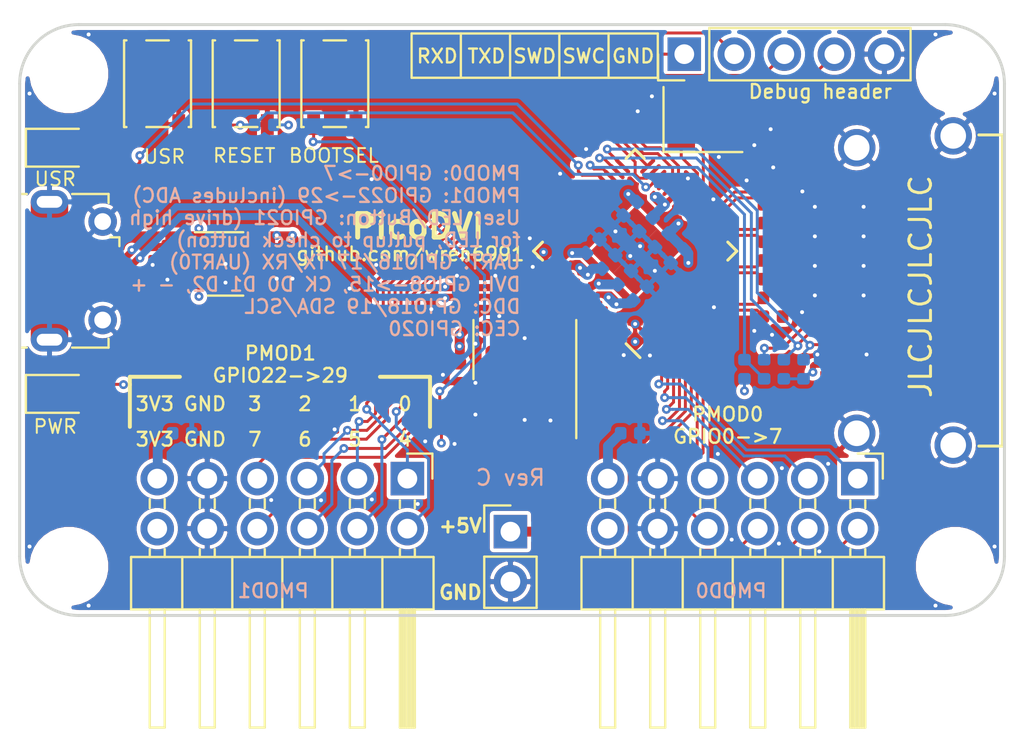
<source format=kicad_pcb>
(kicad_pcb (version 20171130) (host pcbnew 5.1.5+dfsg1-2build2)
  (layers (0 F.Cu jumper) (1 In1.Cu power hide) (2 In2.Cu power) (31 B.Cu signal) (34 B.Paste user) (35 F.Paste user) (36 B.SilkS user) (37 F.SilkS user) (38 B.Mask user) (39 F.Mask user) (44 Edge.Cuts user))
  (net 0 "")
  (net 1 +3V3)
  (net 2 GND)
  (net 3 +1V1)
  (net 4 VBUS)
  (net 5 /XOUT)
  (net 6 /XIN)
  (net 7 /DVI_D2+)
  (net 8 /DVI_D1+)
  (net 9 /DVI_D0+)
  (net 10 /DVI_CK+)
  (net 11 /DVI_D2-)
  (net 12 /DVI_D1-)
  (net 13 /DVI_D0-)
  (net 14 /DVI_CK-)
  (net 15 /USB_D-)
  (net 16 "Net-(J1-Pad4)")
  (net 17 /USB_D+)
  (net 18 /SWCLK)
  (net 19 /SWDIO)
  (net 20 /PMOD0_0)
  (net 21 /PMOD0_4)
  (net 22 /PMOD0_1)
  (net 23 /PMOD0_5)
  (net 24 /PMOD0_2)
  (net 25 /PMOD0_6)
  (net 26 /PMOD0_3)
  (net 27 /PMOD0_7)
  (net 28 /PMOD1_7)
  (net 29 /PMOD1_3)
  (net 30 /PMOD1_6)
  (net 31 /PMOD1_2)
  (net 32 /PMOD1_5)
  (net 33 /PMOD1_1)
  (net 34 /PMOD1_4)
  (net 35 /PMOD1_0)
  (net 36 "Net-(J5-Pad13)")
  (net 37 "Net-(J5-Pad14)")
  (net 38 "Net-(J5-Pad19)")
  (net 39 /RUN_~RST~)
  (net 40 "Net-(R3-Pad2)")
  (net 41 /FLASH_SD3)
  (net 42 /FLASH_SCK)
  (net 43 /FLASH_SD0)
  (net 44 /FLASH_SD2)
  (net 45 /FLASH_SD1)
  (net 46 /USB_DX-)
  (net 47 /USB_DX+)
  (net 48 /FLASH_~CS~)
  (net 49 /UART_RX)
  (net 50 /UART_TX)
  (net 51 /USER_LED_BUTTON)
  (net 52 "Net-(D1-Pad2)")
  (net 53 "Net-(D2-Pad2)")
  (net 54 "Net-(R20-Pad2)")
  (net 55 /uC_DVI_SCL)
  (net 56 /uC_DVI_SDA)
  (net 57 /uC_DVI_CEC)
  (net 58 /uC_DVI_D2+)
  (net 59 /uC_DVI_D1+)
  (net 60 /uC_DVI_D0+)
  (net 61 /uC_DVI_CK+)
  (net 62 /uC_DVI_D2-)
  (net 63 /uC_DVI_D1-)
  (net 64 /uC_DVI_D0-)
  (net 65 /uC_DVI_CK-)
  (module picodvi:PinHeader_2x06_P2.54mm_Horizontal (layer F.Cu) (at 242.55476 108.0516 270)
    (fp_text reference J4 hide)
    (fp_text value 02x06)
    (pad 12 thru_hole oval (at 2.54 12.7 270) (size 1.7 1.7) (drill 1) (layers *.Cu *.Mask) (net 1 +3V3))
    (pad 11 thru_hole oval (at 0 12.7 270) (size 1.7 1.7) (drill 1) (layers *.Cu *.Mask) (net 1 +3V3))
    (pad 10 thru_hole oval (at 2.54 10.16 270) (size 1.7 1.7) (drill 1) (layers *.Cu *.Mask) (net 2 GND))
    (pad 9 thru_hole oval (at 0 10.16 270) (size 1.7 1.7) (drill 1) (layers *.Cu *.Mask) (net 2 GND))
    (pad 8 thru_hole oval (at 2.54 7.62 270) (size 1.7 1.7) (drill 1) (layers *.Cu *.Mask) (net 27 /PMOD0_7))
    (pad 7 thru_hole oval (at 0 7.62 270) (size 1.7 1.7) (drill 1) (layers *.Cu *.Mask) (net 26 /PMOD0_3))
    (pad 6 thru_hole oval (at 2.54 5.08 270) (size 1.7 1.7) (drill 1) (layers *.Cu *.Mask) (net 25 /PMOD0_6))
    (pad 5 thru_hole oval (at 0 5.08 270) (size 1.7 1.7) (drill 1) (layers *.Cu *.Mask) (net 24 /PMOD0_2))
    (pad 4 thru_hole oval (at 2.54 2.54 270) (size 1.7 1.7) (drill 1) (layers *.Cu *.Mask) (net 23 /PMOD0_5))
    (pad 3 thru_hole oval (at 0 2.54 270) (size 1.7 1.7) (drill 1) (layers *.Cu *.Mask) (net 22 /PMOD0_1))
    (pad 2 thru_hole oval (at 2.54 0 270) (size 1.7 1.7) (drill 1) (layers *.Cu *.Mask) (net 21 /PMOD0_4))
    (pad 1 thru_hole rect (at 0 0 270) (size 1.7 1.7) (drill 1) (layers *.Cu *.Mask) (net 20 /PMOD0_0))
  )
  (module picodvi:SW_SPST_PTS815 (layer F.Cu) (at 216 88 270)
    (fp_text reference SW2 hide)
    (fp_text value SW_Push)
    (pad 2 smd rect (at 2.075 1.075 270) (size 1.05 0.65) (layers F.Cu F.Paste F.Mask) (net 40 "Net-(R3-Pad2)"))
    (pad ~ smd rect (at -2.075 1.075 270) (size 1.05 0.65) (layers F.Cu F.Paste F.Mask))
    (pad 1 smd rect (at 2.075 -1.075 270) (size 1.05 0.65) (layers F.Cu F.Paste F.Mask) (net 2 GND))
    (pad "" smd rect (at -2.075 -1.075 270) (size 1.05 0.65) (layers F.Cu F.Paste F.Mask))
  )
  (module picodvi:SW_SPST_PTS815 (layer F.Cu) (at 211.5 88 270)
    (fp_text reference SW1 hide)
    (fp_text value SW_Push)
    (pad 2 smd rect (at 2.075 1.075 270) (size 1.05 0.65) (layers F.Cu F.Paste F.Mask) (net 39 /RUN_~RST~))
    (pad ~ smd rect (at -2.075 1.075 270) (size 1.05 0.65) (layers F.Cu F.Paste F.Mask))
    (pad 1 smd rect (at 2.075 -1.075 270) (size 1.05 0.65) (layers F.Cu F.Paste F.Mask) (net 2 GND))
    (pad "" smd rect (at -2.075 -1.075 270) (size 1.05 0.65) (layers F.Cu F.Paste F.Mask))
  )
  (module picodvi:SW_SPST_PTS815 (layer F.Cu) (at 207 88 270)
    (fp_text reference SW3 hide)
    (fp_text value SW_Push)
    (pad "" smd rect (at -2.075 -1.075 270) (size 1.05 0.65) (layers F.Cu F.Paste F.Mask))
    (pad 1 smd rect (at 2.075 -1.075 270) (size 1.05 0.65) (layers F.Cu F.Paste F.Mask) (net 2 GND))
    (pad ~ smd rect (at -2.075 1.075 270) (size 1.05 0.65) (layers F.Cu F.Paste F.Mask))
    (pad 2 smd rect (at 2.075 1.075 270) (size 1.05 0.65) (layers F.Cu F.Paste F.Mask) (net 54 "Net-(R20-Pad2)"))
  )
  (module picodvi:PinHeader_1x05_P2.54mm_Vertical (layer F.Cu) (at 233.745 86.5 90)
    (fp_text reference J2 hide)
    (fp_text value Conn_01x05)
    (pad 1 thru_hole rect (at 0 0 90) (size 1.7 1.7) (drill 1) (layers *.Cu *.Mask) (net 49 /UART_RX))
    (pad 2 thru_hole oval (at 0 2.54 90) (size 1.7 1.7) (drill 1) (layers *.Cu *.Mask) (net 50 /UART_TX))
    (pad 3 thru_hole oval (at 0 5.08 90) (size 1.7 1.7) (drill 1) (layers *.Cu *.Mask) (net 19 /SWDIO))
    (pad 4 thru_hole oval (at 0 7.62 90) (size 1.7 1.7) (drill 1) (layers *.Cu *.Mask) (net 18 /SWCLK))
    (pad 5 thru_hole oval (at 0 10.16 90) (size 1.7 1.7) (drill 1) (layers *.Cu *.Mask) (net 2 GND))
  )
  (module LED_SMD:LED_0805_2012Metric (layer F.Cu) (at 202 103.75)
    (fp_text reference D2 hide)
    (fp_text value LED)
    (pad 1 smd roundrect (at -0.9375 0) (size 0.975 1.4) (layers F.Cu F.Paste F.Mask) (net 2 GND))
    (pad 2 smd roundrect (at 0.9375 0) (size 0.975 1.4) (layers F.Cu F.Paste F.Mask) (net 53 "Net-(D2-Pad2)"))
  )
  (module picodvi:HDMI-SS-53000 (layer F.Cu) (at 242.5 98.5 270)
    (fp_text reference J5 hide)
    (fp_text value NOT_HDMI_A)
    (pad SH thru_hole circle (at -7.85 -4.9 270) (size 1.9 1.9) (drill 1.3) (layers *.Cu *.Mask) (net 2 GND))
    (pad SH thru_hole circle (at 7.85 -4.9 270) (size 1.9 1.9) (drill 1.3) (layers *.Cu *.Mask) (net 2 GND))
    (pad SH thru_hole circle (at -7.25 0 270) (size 1.9 1.9) (drill 1.3) (layers *.Cu *.Mask) (net 2 GND))
    (pad SH thru_hole circle (at 7.25 0 270) (size 1.9 1.9) (drill 1.3) (layers *.Cu *.Mask) (net 2 GND))
    (pad 19 smd rect (at 4.25 0.9 270) (size 0.3 1.9) (layers F.Cu F.Paste F.Mask) (net 38 "Net-(J5-Pad19)"))
    (pad 18 smd rect (at 3.75 0.9 270) (size 0.3 1.9) (layers F.Cu F.Paste F.Mask) (net 4 VBUS))
    (pad 17 smd rect (at 3.25 0.9 270) (size 0.3 1.9) (layers F.Cu F.Paste F.Mask) (net 2 GND))
    (pad 16 smd rect (at 2.75 0.9 270) (size 0.3 1.9) (layers F.Cu F.Paste F.Mask) (net 56 /uC_DVI_SDA))
    (pad 15 smd rect (at 2.25 0.9 270) (size 0.3 1.9) (layers F.Cu F.Paste F.Mask) (net 55 /uC_DVI_SCL))
    (pad 14 smd rect (at 1.75 0.9 270) (size 0.3 1.9) (layers F.Cu F.Paste F.Mask) (net 37 "Net-(J5-Pad14)"))
    (pad 13 smd rect (at 1.25 0.9 270) (size 0.3 1.9) (layers F.Cu F.Paste F.Mask) (net 36 "Net-(J5-Pad13)"))
    (pad 12 smd rect (at 0.75 0.9 270) (size 0.3 1.9) (layers F.Cu F.Paste F.Mask) (net 14 /DVI_CK-))
    (pad 11 smd rect (at 0.25 0.9 270) (size 0.3 1.9) (layers F.Cu F.Paste F.Mask) (net 2 GND))
    (pad 10 smd rect (at -0.25 0.9 270) (size 0.3 1.9) (layers F.Cu F.Paste F.Mask) (net 10 /DVI_CK+))
    (pad 9 smd rect (at -0.75 0.9 270) (size 0.3 1.9) (layers F.Cu F.Paste F.Mask) (net 13 /DVI_D0-))
    (pad 8 smd rect (at -1.25 0.9 270) (size 0.3 1.9) (layers F.Cu F.Paste F.Mask) (net 2 GND))
    (pad 7 smd rect (at -1.75 0.9 270) (size 0.3 1.9) (layers F.Cu F.Paste F.Mask) (net 9 /DVI_D0+))
    (pad 6 smd rect (at -2.25 0.9 270) (size 0.3 1.9) (layers F.Cu F.Paste F.Mask) (net 12 /DVI_D1-))
    (pad 5 smd rect (at -2.75 0.9 270) (size 0.3 1.9) (layers F.Cu F.Paste F.Mask) (net 2 GND))
    (pad 4 smd rect (at -3.25 0.9 270) (size 0.3 1.9) (layers F.Cu F.Paste F.Mask) (net 8 /DVI_D1+))
    (pad 3 smd rect (at -3.75 0.9 270) (size 0.3 1.9) (layers F.Cu F.Paste F.Mask) (net 11 /DVI_D2-))
    (pad 2 smd rect (at -4.25 0.9 270) (size 0.3 1.9) (layers F.Cu F.Paste F.Mask) (net 2 GND))
    (pad 1 smd rect (at -4.75 0.9 270) (size 0.3 1.9) (layers F.Cu F.Paste F.Mask) (net 7 /DVI_D2+))
  )
  (module picodvi:MH_M2 (layer F.Cu) (at 202.5 87.5)
    (fp_text reference REF** hide)
    (fp_text value MH_M2 hide)
    (pad "" np_thru_hole circle (at 0 0) (size 2.4 2.4) (drill 2.4) (layers *.Cu *.Mask) (clearance 0.8))
  )
  (module picodvi:MH_M2 (layer F.Cu) (at 202.5 112.5)
    (fp_text reference REF** hide)
    (fp_text value MH_M2 hide)
    (pad "" np_thru_hole circle (at 0 0) (size 2.4 2.4) (drill 2.4) (layers *.Cu *.Mask) (clearance 0.8))
  )
  (module picodvi:MH_M2 (layer F.Cu) (at 247.5 112.5)
    (fp_text reference REF** hide)
    (fp_text value MH_M2 hide)
    (pad "" np_thru_hole circle (at 0 0) (size 2.4 2.4) (drill 2.4) (layers *.Cu *.Mask) (clearance 0.8))
  )
  (module picodvi:MH_M2 (layer F.Cu) (at 247.5 87.5)
    (fp_text reference REF** hide)
    (fp_text value MH_M2 hide)
    (pad "" np_thru_hole circle (at 0 0) (size 2.4 2.4) (drill 2.4) (layers *.Cu *.Mask) (clearance 0.8))
  )
  (module Capacitor_SMD:C_0402_1005Metric (layer B.Cu) (at 229.1 96.25 45)
    (fp_text reference C1 hide)
    (fp_text value 1u)
    (pad 1 smd roundrect (at -0.485 0 45) (size 0.59 0.64) (layers B.Cu B.Paste B.Mask) (net 1 +3V3))
    (pad 2 smd roundrect (at 0.485 0 45) (size 0.59 0.64) (layers B.Cu B.Paste B.Mask) (net 2 GND))
  )
  (module Capacitor_SMD:C_0402_1005Metric (layer B.Cu) (at 230.7 97.85 45)
    (fp_text reference C2 hide)
    (fp_text value 100n)
    (pad 2 smd roundrect (at 0.485 0 45) (size 0.59 0.64) (layers B.Cu B.Paste B.Mask) (net 2 GND))
    (pad 1 smd roundrect (at -0.485 0 45) (size 0.59 0.64) (layers B.Cu B.Paste B.Mask) (net 1 +3V3))
  )
  (module Capacitor_SMD:C_0402_1005Metric (layer B.Cu) (at 229.9 97.05 45)
    (fp_text reference C3 hide)
    (fp_text value 1u)
    (pad 2 smd roundrect (at 0.485 0 45) (size 0.59 0.64) (layers B.Cu B.Paste B.Mask) (net 2 GND))
    (pad 1 smd roundrect (at -0.485 0 45) (size 0.59 0.64) (layers B.Cu B.Paste B.Mask) (net 3 +1V1))
  )
  (module Capacitor_SMD:C_0402_1005Metric (layer B.Cu) (at 233.4 96.75 225)
    (fp_text reference C4 hide)
    (fp_text value 100n)
    (pad 1 smd roundrect (at -0.485 0 225) (size 0.59 0.64) (layers B.Cu B.Paste B.Mask) (net 1 +3V3))
    (pad 2 smd roundrect (at 0.485 0 225) (size 0.59 0.64) (layers B.Cu B.Paste B.Mask) (net 2 GND))
  )
  (module Capacitor_SMD:C_0402_1005Metric (layer B.Cu) (at 231.5 98.65 45)
    (fp_text reference C5 hide)
    (fp_text value 100n)
    (pad 2 smd roundrect (at 0.485 0 45) (size 0.59 0.64) (layers B.Cu B.Paste B.Mask) (net 2 GND))
    (pad 1 smd roundrect (at -0.485 0 45) (size 0.59 0.64) (layers B.Cu B.Paste B.Mask) (net 3 +1V1))
  )
  (module Capacitor_SMD:C_0402_1005Metric (layer B.Cu) (at 232.6 95.95 225)
    (fp_text reference C6 hide)
    (fp_text value 100n)
    (pad 2 smd roundrect (at 0.485 0 225) (size 0.59 0.64) (layers B.Cu B.Paste B.Mask) (net 2 GND))
    (pad 1 smd roundrect (at -0.485 0 225) (size 0.59 0.64) (layers B.Cu B.Paste B.Mask) (net 1 +3V3))
  )
  (module Capacitor_SMD:C_0402_1005Metric (layer F.Cu) (at 207.52 96.7 270)
    (fp_text reference C7 hide)
    (fp_text value 1u)
    (pad 1 smd roundrect (at -0.485 0 270) (size 0.59 0.64) (layers F.Cu F.Paste F.Mask) (net 4 VBUS))
    (pad 2 smd roundrect (at 0.485 0 270) (size 0.59 0.64) (layers F.Cu F.Paste F.Mask) (net 2 GND))
  )
  (module Capacitor_SMD:C_0402_1005Metric (layer B.Cu) (at 231.8 95.15 225)
    (fp_text reference C8 hide)
    (fp_text value 100n)
    (pad 1 smd roundrect (at -0.485 0 225) (size 0.59 0.64) (layers B.Cu B.Paste B.Mask) (net 3 +1V1))
    (pad 2 smd roundrect (at 0.485 0 225) (size 0.59 0.64) (layers B.Cu B.Paste B.Mask) (net 2 GND))
  )
  (module Capacitor_SMD:C_0402_1005Metric (layer B.Cu) (at 231 94.35 225)
    (fp_text reference C9 hide)
    (fp_text value 100n)
    (pad 1 smd roundrect (at -0.485 0 225) (size 0.59 0.64) (layers B.Cu B.Paste B.Mask) (net 1 +3V3))
    (pad 2 smd roundrect (at 0.485 0 225) (size 0.59 0.64) (layers B.Cu B.Paste B.Mask) (net 2 GND))
  )
  (module Capacitor_SMD:C_0402_1005Metric (layer F.Cu) (at 232.1 89.885 90)
    (fp_text reference C10 hide)
    (fp_text value 10p)
    (pad 1 smd roundrect (at -0.485 0 90) (size 0.59 0.64) (layers F.Cu F.Paste F.Mask) (net 5 /XOUT))
    (pad 2 smd roundrect (at 0.485 0 90) (size 0.59 0.64) (layers F.Cu F.Paste F.Mask) (net 2 GND))
  )
  (module Capacitor_SMD:C_0402_1005Metric (layer F.Cu) (at 213.44 96.7 270)
    (fp_text reference C11 hide)
    (fp_text value 1u)
    (pad 2 smd roundrect (at 0.485 0 270) (size 0.59 0.64) (layers F.Cu F.Paste F.Mask) (net 2 GND))
    (pad 1 smd roundrect (at -0.485 0 270) (size 0.59 0.64) (layers F.Cu F.Paste F.Mask) (net 1 +3V3))
  )
  (module Capacitor_SMD:C_0402_1005Metric (layer F.Cu) (at 237.3 89.835 270)
    (fp_text reference C12 hide)
    (fp_text value 10p)
    (pad 2 smd roundrect (at 0.485 0 270) (size 0.59 0.64) (layers F.Cu F.Paste F.Mask) (net 2 GND))
    (pad 1 smd roundrect (at -0.485 0 270) (size 0.59 0.64) (layers F.Cu F.Paste F.Mask) (net 6 /XIN))
  )
  (module Capacitor_SMD:C_0402_1005Metric (layer F.Cu) (at 222.35 102.7 270)
    (fp_text reference C13 hide)
    (fp_text value 100n)
    (pad 1 smd roundrect (at -0.485 0 270) (size 0.59 0.64) (layers F.Cu F.Paste F.Mask) (net 1 +3V3))
    (pad 2 smd roundrect (at 0.485 0 270) (size 0.59 0.64) (layers F.Cu F.Paste F.Mask) (net 2 GND))
  )
  (module Capacitor_SMD:C_0402_1005Metric (layer B.Cu) (at 231 105.75)
    (fp_text reference C22 hide)
    (fp_text value 1u)
    (pad 2 smd roundrect (at 0.485 0) (size 0.59 0.64) (layers B.Cu B.Paste B.Mask) (net 2 GND))
    (pad 1 smd roundrect (at -0.485 0) (size 0.59 0.64) (layers B.Cu B.Paste B.Mask) (net 1 +3V3))
  )
  (module Capacitor_SMD:C_0402_1005Metric (layer B.Cu) (at 208.25 105.75)
    (fp_text reference C23 hide)
    (fp_text value 1u)
    (pad 1 smd roundrect (at -0.485 0) (size 0.59 0.64) (layers B.Cu B.Paste B.Mask) (net 1 +3V3))
    (pad 2 smd roundrect (at 0.485 0) (size 0.59 0.64) (layers B.Cu B.Paste B.Mask) (net 2 GND))
  )
  (module LED_SMD:LED_0805_2012Metric (layer F.Cu) (at 202 91.25)
    (fp_text reference D1 hide)
    (fp_text value LED)
    (pad 1 smd roundrect (at -0.9375 0) (size 0.975 1.4) (layers F.Cu F.Paste F.Mask) (net 2 GND))
    (pad 2 smd roundrect (at 0.9375 0) (size 0.975 1.4) (layers F.Cu F.Paste F.Mask) (net 52 "Net-(D1-Pad2)"))
  )
  (module Connector_USB:USB_Micro-B_Molex-105017-0001 (layer F.Cu) (at 202.75 97.5 270)
    (fp_text reference J1 hide)
    (fp_text value USB_OTG)
    (pad 6 smd rect (at 1 1.2375 270) (size 1.5 1.9) (layers F.Cu F.Paste F.Mask) (net 2 GND))
    (pad 6 thru_hole circle (at -2.5 -1.4625 270) (size 1.45 1.45) (drill 0.85) (layers *.Cu *.Mask) (net 2 GND))
    (pad 2 smd rect (at -0.65 -1.4625 270) (size 0.4 1.35) (layers F.Cu F.Paste F.Mask) (net 15 /USB_D-))
    (pad 1 smd rect (at -1.3 -1.4625 270) (size 0.4 1.35) (layers F.Cu F.Paste F.Mask) (net 4 VBUS))
    (pad 5 smd rect (at 1.3 -1.4625 270) (size 0.4 1.35) (layers F.Cu F.Paste F.Mask) (net 2 GND))
    (pad 4 smd rect (at 0.65 -1.4625 270) (size 0.4 1.35) (layers F.Cu F.Paste F.Mask) (net 16 "Net-(J1-Pad4)"))
    (pad 3 smd rect (at 0 -1.4625 270) (size 0.4 1.35) (layers F.Cu F.Paste F.Mask) (net 17 /USB_D+))
    (pad 6 thru_hole circle (at 2.5 -1.4625 270) (size 1.45 1.45) (drill 0.85) (layers *.Cu *.Mask) (net 2 GND))
    (pad 6 smd rect (at -1 1.2375 270) (size 1.5 1.9) (layers F.Cu F.Paste F.Mask) (net 2 GND))
    (pad 6 thru_hole oval (at -3.5 1.2375 90) (size 1.2 1.9) (drill oval 0.6 1.3) (layers *.Cu *.Mask) (net 2 GND))
    (pad 6 thru_hole oval (at 3.5 1.2375 270) (size 1.2 1.9) (drill oval 0.6 1.3) (layers *.Cu *.Mask) (net 2 GND))
    (pad 6 smd rect (at 2.9 1.2375 270) (size 1.2 1.9) (layers F.Cu F.Mask) (net 2 GND))
    (pad 6 smd rect (at -2.9 1.2375 270) (size 1.2 1.9) (layers F.Cu F.Mask) (net 2 GND))
  )
  (module Connector_PinHeader_2.54mm:PinHeader_2x06_P2.54mm_Horizontal (layer F.Cu) (at 219.6846 108.0516 270)
    (fp_text reference J3 hide)
    (fp_text value 02x06)
    (pad 1 thru_hole rect (at 0 0 270) (size 1.7 1.7) (drill 1) (layers *.Cu *.Mask) (net 35 /PMOD1_0))
    (pad 2 thru_hole oval (at 2.54 0 270) (size 1.7 1.7) (drill 1) (layers *.Cu *.Mask) (net 34 /PMOD1_4))
    (pad 3 thru_hole oval (at 0 2.54 270) (size 1.7 1.7) (drill 1) (layers *.Cu *.Mask) (net 33 /PMOD1_1))
    (pad 4 thru_hole oval (at 2.54 2.54 270) (size 1.7 1.7) (drill 1) (layers *.Cu *.Mask) (net 32 /PMOD1_5))
    (pad 5 thru_hole oval (at 0 5.08 270) (size 1.7 1.7) (drill 1) (layers *.Cu *.Mask) (net 31 /PMOD1_2))
    (pad 6 thru_hole oval (at 2.54 5.08 270) (size 1.7 1.7) (drill 1) (layers *.Cu *.Mask) (net 30 /PMOD1_6))
    (pad 7 thru_hole oval (at 0 7.62 270) (size 1.7 1.7) (drill 1) (layers *.Cu *.Mask) (net 29 /PMOD1_3))
    (pad 8 thru_hole oval (at 2.54 7.62 270) (size 1.7 1.7) (drill 1) (layers *.Cu *.Mask) (net 28 /PMOD1_7))
    (pad 9 thru_hole oval (at 0 10.16 270) (size 1.7 1.7) (drill 1) (layers *.Cu *.Mask) (net 2 GND))
    (pad 10 thru_hole oval (at 2.54 10.16 270) (size 1.7 1.7) (drill 1) (layers *.Cu *.Mask) (net 2 GND))
    (pad 11 thru_hole oval (at 0 12.7 270) (size 1.7 1.7) (drill 1) (layers *.Cu *.Mask) (net 1 +3V3))
    (pad 12 thru_hole oval (at 2.54 12.7 270) (size 1.7 1.7) (drill 1) (layers *.Cu *.Mask) (net 1 +3V3))
  )
  (module Resistor_SMD:R_0402_1005Metric (layer B.Cu) (at 212.42 90.09 180)
    (fp_text reference R1 hide)
    (fp_text value 2k2)
    (pad 1 smd roundrect (at -0.485 0 180) (size 0.59 0.64) (layers B.Cu B.Paste B.Mask) (net 1 +3V3))
    (pad 2 smd roundrect (at 0.485 0 180) (size 0.59 0.64) (layers B.Cu B.Paste B.Mask) (net 39 /RUN_~RST~))
  )
  (module Resistor_SMD:R_0402_1005Metric (layer F.Cu) (at 221.9 105.5)
    (fp_text reference R2 hide)
    (fp_text value DNF)
    (pad 1 smd roundrect (at -0.485 0) (size 0.59 0.64) (layers F.Cu F.Paste F.Mask) (net 1 +3V3))
    (pad 2 smd roundrect (at 0.485 0) (size 0.59 0.64) (layers F.Cu F.Paste F.Mask) (net 48 /FLASH_~CS~))
  )
  (module Resistor_SMD:R_0402_1005Metric (layer F.Cu) (at 221.9 104.5 180)
    (fp_text reference R3 hide)
    (fp_text value 2k2)
    (pad 2 smd roundrect (at 0.485 0 180) (size 0.59 0.64) (layers F.Cu F.Paste F.Mask) (net 40 "Net-(R3-Pad2)"))
    (pad 1 smd roundrect (at -0.485 0 180) (size 0.59 0.64) (layers F.Cu F.Paste F.Mask) (net 48 /FLASH_~CS~))
  )
  (module Resistor_SMD:R_0402_1005Metric (layer F.Cu) (at 225.4 98.1)
    (fp_text reference R4 hide)
    (fp_text value 27R)
    (pad 2 smd roundrect (at 0.485 0) (size 0.59 0.64) (layers F.Cu F.Paste F.Mask) (net 46 /USB_DX-))
    (pad 1 smd roundrect (at -0.485 0) (size 0.59 0.64) (layers F.Cu F.Paste F.Mask) (net 15 /USB_D-))
  )
  (module Resistor_SMD:R_0402_1005Metric (layer F.Cu) (at 225.4 99.1)
    (fp_text reference R5 hide)
    (fp_text value 27R)
    (pad 1 smd roundrect (at -0.485 0) (size 0.59 0.64) (layers F.Cu F.Paste F.Mask) (net 17 /USB_D+))
    (pad 2 smd roundrect (at 0.485 0) (size 0.59 0.64) (layers F.Cu F.Paste F.Mask) (net 47 /USB_DX+))
  )
  (module Resistor_SMD:R_0402_1005Metric (layer F.Cu) (at 204.7 92.3 180)
    (fp_text reference R6 hide)
    (fp_text value 2k2)
    (pad 2 smd roundrect (at 0.485 0 180) (size 0.59 0.64) (layers F.Cu F.Paste F.Mask) (net 52 "Net-(D1-Pad2)"))
    (pad 1 smd roundrect (at -0.485 0 180) (size 0.59 0.64) (layers F.Cu F.Paste F.Mask) (net 51 /USER_LED_BUTTON))
  )
  (module Resistor_SMD:R_0402_1005Metric (layer B.Cu) (at 236.8 102.5 90)
    (fp_text reference R7 hide)
    (fp_text value 2k2)
    (pad 1 smd roundrect (at -0.485 0 90) (size 0.59 0.64) (layers B.Cu B.Paste B.Mask) (net 1 +3V3))
    (pad 2 smd roundrect (at 0.485 0 90) (size 0.59 0.64) (layers B.Cu B.Paste B.Mask) (net 57 /uC_DVI_CEC))
  )
  (module Resistor_SMD:R_0402_1005Metric (layer B.Cu) (at 238.8 102.5 90)
    (fp_text reference R8 hide)
    (fp_text value 2k2)
    (pad 1 smd roundrect (at -0.485 0 90) (size 0.59 0.64) (layers B.Cu B.Paste B.Mask) (net 4 VBUS))
    (pad 2 smd roundrect (at 0.485 0 90) (size 0.59 0.64) (layers B.Cu B.Paste B.Mask) (net 55 /uC_DVI_SCL))
  )
  (module Resistor_SMD:R_0402_1005Metric (layer B.Cu) (at 239.8 102.5 90)
    (fp_text reference R9 hide)
    (fp_text value 2k2)
    (pad 1 smd roundrect (at -0.485 0 90) (size 0.59 0.64) (layers B.Cu B.Paste B.Mask) (net 4 VBUS))
    (pad 2 smd roundrect (at 0.485 0 90) (size 0.59 0.64) (layers B.Cu B.Paste B.Mask) (net 56 /uC_DVI_SDA))
  )
  (module picodvi:QFN-56_EP_7x7_Pitch0.4mm (layer F.Cu) (at 231.25 96.5 135)
    (fp_text reference U1 hide)
    (fp_text value RP2040)
    (pad 1 smd oval (at -3.5 -2.6 225) (size 0.2 1) (layers F.Cu F.Paste F.Mask) (net 1 +3V3))
    (pad 2 smd oval (at -3.5 -2.2 225) (size 0.2 1) (layers F.Cu F.Paste F.Mask) (net 20 /PMOD0_0))
    (pad 3 smd oval (at -3.5 -1.8 225) (size 0.2 1) (layers F.Cu F.Paste F.Mask) (net 22 /PMOD0_1))
    (pad 4 smd oval (at -3.5 -1.4 225) (size 0.2 1) (layers F.Cu F.Paste F.Mask) (net 24 /PMOD0_2))
    (pad 5 smd oval (at -3.5 -1 225) (size 0.2 1) (layers F.Cu F.Paste F.Mask) (net 26 /PMOD0_3))
    (pad 6 smd oval (at -3.5 -0.6 225) (size 0.2 1) (layers F.Cu F.Paste F.Mask) (net 21 /PMOD0_4))
    (pad 7 smd oval (at -3.5 -0.2 225) (size 0.2 1) (layers F.Cu F.Paste F.Mask) (net 23 /PMOD0_5))
    (pad 8 smd oval (at -3.5 0.2 225) (size 0.2 1) (layers F.Cu F.Paste F.Mask) (net 25 /PMOD0_6))
    (pad 9 smd oval (at -3.5 0.6 225) (size 0.2 1) (layers F.Cu F.Paste F.Mask) (net 27 /PMOD0_7))
    (pad 10 smd oval (at -3.5 1 225) (size 0.2 1) (layers F.Cu F.Paste F.Mask) (net 1 +3V3))
    (pad 11 smd oval (at -3.5 1.4 225) (size 0.2 1) (layers F.Cu F.Paste F.Mask) (net 65 /uC_DVI_CK-))
    (pad 12 smd oval (at -3.5 1.8 225) (size 0.2 1) (layers F.Cu F.Paste F.Mask) (net 61 /uC_DVI_CK+))
    (pad 13 smd oval (at -3.5 2.2 225) (size 0.2 1) (layers F.Cu F.Paste F.Mask) (net 64 /uC_DVI_D0-))
    (pad 14 smd oval (at -3.5 2.6 225) (size 0.2 1) (layers F.Cu F.Paste F.Mask) (net 60 /uC_DVI_D0+))
    (pad 15 smd oval (at -2.6 3.5 135) (size 0.2 1) (layers F.Cu F.Paste F.Mask) (net 63 /uC_DVI_D1-))
    (pad 16 smd oval (at -2.2 3.5 135) (size 0.2 1) (layers F.Cu F.Paste F.Mask) (net 59 /uC_DVI_D1+))
    (pad 17 smd oval (at -1.8 3.5 135) (size 0.2 1) (layers F.Cu F.Paste F.Mask) (net 62 /uC_DVI_D2-))
    (pad 18 smd oval (at -1.4 3.5 135) (size 0.2 1) (layers F.Cu F.Paste F.Mask) (net 58 /uC_DVI_D2+))
    (pad 19 smd oval (at -1 3.5 135) (size 0.2 1) (layers F.Cu F.Paste F.Mask) (net 2 GND))
    (pad 20 smd oval (at -0.6 3.5 135) (size 0.2 1) (layers F.Cu F.Paste F.Mask) (net 6 /XIN))
    (pad 21 smd oval (at -0.2 3.5 135) (size 0.2 1) (layers F.Cu F.Paste F.Mask) (net 5 /XOUT))
    (pad 22 smd oval (at 0.2 3.5 135) (size 0.2 1) (layers F.Cu F.Paste F.Mask) (net 1 +3V3))
    (pad 23 smd oval (at 0.6 3.5 135) (size 0.2 1) (layers F.Cu F.Paste F.Mask) (net 3 +1V1))
    (pad 24 smd oval (at 1 3.5 135) (size 0.2 1) (layers F.Cu F.Paste F.Mask) (net 18 /SWCLK))
    (pad 25 smd oval (at 1.4 3.5 135) (size 0.2 1) (layers F.Cu F.Paste F.Mask) (net 19 /SWDIO))
    (pad 26 smd oval (at 1.8 3.5 135) (size 0.2 1) (layers F.Cu F.Paste F.Mask) (net 39 /RUN_~RST~))
    (pad 27 smd oval (at 2.2 3.5 135) (size 0.2 1) (layers F.Cu F.Paste F.Mask) (net 50 /UART_TX))
    (pad 28 smd oval (at 2.6 3.5 135) (size 0.2 1) (layers F.Cu F.Paste F.Mask) (net 49 /UART_RX))
    (pad 29 smd oval (at 3.5 2.6 225) (size 0.2 1) (layers F.Cu F.Paste F.Mask) (net 56 /uC_DVI_SDA))
    (pad 30 smd oval (at 3.5 2.2 225) (size 0.2 1) (layers F.Cu F.Paste F.Mask) (net 55 /uC_DVI_SCL))
    (pad 31 smd oval (at 3.5 1.8 225) (size 0.2 1) (layers F.Cu F.Paste F.Mask) (net 57 /uC_DVI_CEC))
    (pad 32 smd oval (at 3.5 1.4 225) (size 0.2 1) (layers F.Cu F.Paste F.Mask) (net 51 /USER_LED_BUTTON))
    (pad 33 smd oval (at 3.5 1 225) (size 0.2 1) (layers F.Cu F.Paste F.Mask) (net 1 +3V3))
    (pad 34 smd oval (at 3.5 0.6 225) (size 0.2 1) (layers F.Cu F.Paste F.Mask) (net 35 /PMOD1_0))
    (pad 35 smd oval (at 3.5 0.2 225) (size 0.2 1) (layers F.Cu F.Paste F.Mask) (net 33 /PMOD1_1))
    (pad 36 smd oval (at 3.5 -0.2 225) (size 0.2 1) (layers F.Cu F.Paste F.Mask) (net 31 /PMOD1_2))
    (pad 37 smd oval (at 3.5 -0.6 225) (size 0.2 1) (layers F.Cu F.Paste F.Mask) (net 29 /PMOD1_3))
    (pad 38 smd oval (at 3.5 -1 225) (size 0.2 1) (layers F.Cu F.Paste F.Mask) (net 34 /PMOD1_4))
    (pad 39 smd oval (at 3.5 -1.4 225) (size 0.2 1) (layers F.Cu F.Paste F.Mask) (net 32 /PMOD1_5))
    (pad 40 smd oval (at 3.5 -1.8 225) (size 0.2 1) (layers F.Cu F.Paste F.Mask) (net 30 /PMOD1_6))
    (pad 41 smd oval (at 3.5 -2.2 225) (size 0.2 1) (layers F.Cu F.Paste F.Mask) (net 28 /PMOD1_7))
    (pad 42 smd oval (at 3.5 -2.6 225) (size 0.2 1) (layers F.Cu F.Paste F.Mask) (net 1 +3V3))
    (pad 43 smd oval (at 2.6 -3.5 135) (size 0.2 1) (layers F.Cu F.Paste F.Mask) (net 1 +3V3))
    (pad 44 smd oval (at 2.2 -3.5 135) (size 0.2 1) (layers F.Cu F.Paste F.Mask) (net 1 +3V3))
    (pad 45 smd oval (at 1.8 -3.5 135) (size 0.2 1) (layers F.Cu F.Paste F.Mask) (net 3 +1V1))
    (pad 46 smd oval (at 1.4 -3.5 135) (size 0.2 1) (layers F.Cu F.Paste F.Mask) (net 46 /USB_DX-))
    (pad 47 smd oval (at 1 -3.5 135) (size 0.2 1) (layers F.Cu F.Paste F.Mask) (net 47 /USB_DX+))
    (pad 48 smd oval (at 0.6 -3.5 135) (size 0.2 1) (layers F.Cu F.Paste F.Mask) (net 1 +3V3))
    (pad 49 smd oval (at 0.2 -3.5 135) (size 0.2 1) (layers F.Cu F.Paste F.Mask) (net 1 +3V3))
    (pad 50 smd oval (at -0.2 -3.5 135) (size 0.2 1) (layers F.Cu F.Paste F.Mask) (net 3 +1V1))
    (pad 51 smd oval (at -0.6 -3.5 135) (size 0.2 1) (layers F.Cu F.Paste F.Mask) (net 41 /FLASH_SD3))
    (pad 52 smd oval (at -1 -3.5 135) (size 0.2 1) (layers F.Cu F.Paste F.Mask) (net 42 /FLASH_SCK))
    (pad 53 smd oval (at -1.4 -3.5 135) (size 0.2 1) (layers F.Cu F.Paste F.Mask) (net 43 /FLASH_SD0))
    (pad 54 smd oval (at -1.8 -3.5 135) (size 0.2 1) (layers F.Cu F.Paste F.Mask) (net 44 /FLASH_SD2))
    (pad 55 smd oval (at -2.2 -3.5 135) (size 0.2 1) (layers F.Cu F.Paste F.Mask) (net 45 /FLASH_SD1))
    (pad 56 smd oval (at -2.6 -3.5 135) (size 0.2 1) (layers F.Cu F.Paste F.Mask) (net 48 /FLASH_~CS~))
    (pad 0 smd rect (at -0.8 -0.8 135) (size 1.6 1.6) (layers F.Cu F.Paste F.Mask) (net 2 GND))
    (pad 0 smd rect (at -0.8 0.8 135) (size 1.6 1.6) (layers F.Cu F.Paste F.Mask) (net 2 GND))
    (pad 0 smd rect (at 0.8 -0.8 135) (size 1.6 1.6) (layers F.Cu F.Paste F.Mask) (net 2 GND))
    (pad 0 smd rect (at 0.8 0.8 135) (size 1.6 1.6) (layers F.Cu F.Paste F.Mask) (net 2 GND))
  )
  (module Package_TO_SOT_SMD:SOT-23-5_HandSoldering (layer F.Cu) (at 210.45 97.15)
    (fp_text reference U2 hide)
    (fp_text value NCP115ASN330)
    (pad 1 smd rect (at -1.35 -0.95) (size 1.56 0.65) (layers F.Cu F.Paste F.Mask) (net 4 VBUS))
    (pad 2 smd rect (at -1.35 0) (size 1.56 0.65) (layers F.Cu F.Paste F.Mask) (net 2 GND))
    (pad 3 smd rect (at -1.35 0.95) (size 1.56 0.65) (layers F.Cu F.Paste F.Mask) (net 4 VBUS))
    (pad 4 smd rect (at 1.35 0.95) (size 1.56 0.65) (layers F.Cu F.Paste F.Mask))
    (pad 5 smd rect (at 1.35 -0.95) (size 1.56 0.65) (layers F.Cu F.Paste F.Mask) (net 1 +3V3))
  )
  (module Resistor_SMD:R_0402_1005Metric (layer F.Cu) (at 204.5 103.75 270)
    (fp_text reference R11 hide)
    (fp_text value 2k2)
    (pad 1 smd roundrect (at -0.485 0 270) (size 0.59 0.64) (layers F.Cu F.Paste F.Mask) (net 1 +3V3))
    (pad 2 smd roundrect (at 0.485 0 270) (size 0.59 0.64) (layers F.Cu F.Paste F.Mask) (net 53 "Net-(D2-Pad2)"))
  )
  (module Crystal:Crystal_SMD_3225-4Pin_3.2x2.5mm (layer F.Cu) (at 234.69 89.82)
    (fp_text reference Y1 hide)
    (fp_text value "12 M")
    (pad 1 smd rect (at -1.1 0.85) (size 1.4 1.2) (layers F.Cu F.Paste F.Mask) (net 5 /XOUT))
    (pad 2 smd rect (at 1.1 0.85) (size 1.4 1.2) (layers F.Cu F.Paste F.Mask) (net 2 GND))
    (pad 3 smd rect (at 1.1 -0.85) (size 1.4 1.2) (layers F.Cu F.Paste F.Mask) (net 6 /XIN))
    (pad 4 smd rect (at -1.1 -0.85) (size 1.4 1.2) (layers F.Cu F.Paste F.Mask) (net 2 GND))
  )
  (module Capacitor_SMD:C_0402_1005Metric (layer F.Cu) (at 227.2 112.014 270)
    (fp_text reference C24 hide)
    (fp_text value 1u)
    (pad 1 smd roundrect (at -0.485 0 270) (size 0.59 0.64) (layers F.Cu F.Paste F.Mask) (net 4 VBUS))
    (pad 2 smd roundrect (at 0.485 0 270) (size 0.59 0.64) (layers F.Cu F.Paste F.Mask) (net 2 GND))
  )
  (module Connector_PinHeader_2.54mm:PinHeader_1x02_P2.54mm_Vertical (layer F.Cu) (at 224.917 110.744)
    (fp_text reference J6 hide)
    (fp_text value Conn_01x02)
    (pad 1 thru_hole rect (at 0 0) (size 1.7 1.7) (drill 1) (layers *.Cu *.Mask) (net 4 VBUS))
    (pad 2 thru_hole oval (at 0 2.54) (size 1.7 1.7) (drill 1) (layers *.Cu *.Mask) (net 2 GND))
  )
  (module Resistor_SMD:R_0402_1005Metric (layer F.Cu) (at 204.7 91.35)
    (fp_text reference R20 hide)
    (fp_text value 2k2)
    (pad 1 smd roundrect (at -0.485 0) (size 0.59 0.64) (layers F.Cu F.Paste F.Mask) (net 51 /USER_LED_BUTTON))
    (pad 2 smd roundrect (at 0.485 0) (size 0.59 0.64) (layers F.Cu F.Paste F.Mask) (net 54 "Net-(R20-Pad2)"))
  )
  (module Package_SON:WSON-8-1EP_6x5mm_P1.27mm_EP3.4x4mm (layer F.Cu) (at 225.65 103 90)
    (fp_text reference U3 hide)
    (fp_text value W25Q16JV)
    (pad 8 smd roundrect (at 2.6625 -1.905 90) (size 0.775 0.5) (layers F.Cu F.Paste F.Mask) (net 1 +3V3))
    (pad 7 smd roundrect (at 2.6625 -0.635 90) (size 0.775 0.5) (layers F.Cu F.Paste F.Mask) (net 41 /FLASH_SD3))
    (pad 6 smd roundrect (at 2.6625 0.635 90) (size 0.775 0.5) (layers F.Cu F.Paste F.Mask) (net 42 /FLASH_SCK))
    (pad 5 smd roundrect (at 2.6625 1.905 90) (size 0.775 0.5) (layers F.Cu F.Paste F.Mask) (net 43 /FLASH_SD0))
    (pad 4 smd roundrect (at -2.6625 1.905 90) (size 0.775 0.5) (layers F.Cu F.Paste F.Mask) (net 2 GND))
    (pad 3 smd roundrect (at -2.6625 0.635 90) (size 0.775 0.5) (layers F.Cu F.Paste F.Mask) (net 44 /FLASH_SD2))
    (pad 2 smd roundrect (at -2.6625 -0.635 90) (size 0.775 0.5) (layers F.Cu F.Paste F.Mask) (net 45 /FLASH_SD1))
    (pad 1 smd roundrect (at -2.6625 -1.905 90) (size 0.775 0.5) (layers F.Cu F.Paste F.Mask) (net 48 /FLASH_~CS~))
    (pad 9 smd roundrect (at 0 0 90) (size 3.4 4) (layers F.Cu F.Mask) (roundrect_rratio 0.07400000000000001) (net 2 GND) (thermal_gap 0.2))
  )
  (module Resistor_SMD:R_0402_1005Metric (layer F.Cu) (at 238.25 93.175 180)
    (fp_text reference R12 hide)
    (fp_text value 270)
    (pad 1 smd roundrect (at -0.485 0 180) (size 0.59 0.64) (layers F.Cu F.Paste F.Mask) (net 7 /DVI_D2+))
    (pad 2 smd roundrect (at 0.485 0 180) (size 0.59 0.64) (layers F.Cu F.Paste F.Mask) (net 58 /uC_DVI_D2+))
  )
  (module Resistor_SMD:R_0402_1005Metric (layer F.Cu) (at 238.25 95.075 180)
    (fp_text reference R13 hide)
    (fp_text value 270)
    (pad 1 smd roundrect (at -0.485 0 180) (size 0.59 0.64) (layers F.Cu F.Paste F.Mask) (net 8 /DVI_D1+))
    (pad 2 smd roundrect (at 0.485 0 180) (size 0.59 0.64) (layers F.Cu F.Paste F.Mask) (net 59 /uC_DVI_D1+))
  )
  (module Resistor_SMD:R_0402_1005Metric (layer F.Cu) (at 238.25 96.975 180)
    (fp_text reference R14 hide)
    (fp_text value 270)
    (pad 1 smd roundrect (at -0.485 0 180) (size 0.59 0.64) (layers F.Cu F.Paste F.Mask) (net 9 /DVI_D0+))
    (pad 2 smd roundrect (at 0.485 0 180) (size 0.59 0.64) (layers F.Cu F.Paste F.Mask) (net 60 /uC_DVI_D0+))
  )
  (module Resistor_SMD:R_0402_1005Metric (layer F.Cu) (at 238.25 98.875 180)
    (fp_text reference R15 hide)
    (fp_text value 270)
    (pad 1 smd roundrect (at -0.485 0 180) (size 0.59 0.64) (layers F.Cu F.Paste F.Mask) (net 10 /DVI_CK+))
    (pad 2 smd roundrect (at 0.485 0 180) (size 0.59 0.64) (layers F.Cu F.Paste F.Mask) (net 61 /uC_DVI_CK+))
  )
  (module Resistor_SMD:R_0402_1005Metric (layer F.Cu) (at 238.25 94.125 180)
    (fp_text reference R16 hide)
    (fp_text value 270)
    (pad 2 smd roundrect (at 0.485 0 180) (size 0.59 0.64) (layers F.Cu F.Paste F.Mask) (net 62 /uC_DVI_D2-))
    (pad 1 smd roundrect (at -0.485 0 180) (size 0.59 0.64) (layers F.Cu F.Paste F.Mask) (net 11 /DVI_D2-))
  )
  (module Resistor_SMD:R_0402_1005Metric (layer F.Cu) (at 238.25 96.025 180)
    (fp_text reference R17 hide)
    (fp_text value 270)
    (pad 2 smd roundrect (at 0.485 0 180) (size 0.59 0.64) (layers F.Cu F.Paste F.Mask) (net 63 /uC_DVI_D1-))
    (pad 1 smd roundrect (at -0.485 0 180) (size 0.59 0.64) (layers F.Cu F.Paste F.Mask) (net 12 /DVI_D1-))
  )
  (module Resistor_SMD:R_0402_1005Metric (layer F.Cu) (at 238.25 97.925 180)
    (fp_text reference R18 hide)
    (fp_text value 270)
    (pad 2 smd roundrect (at 0.485 0 180) (size 0.59 0.64) (layers F.Cu F.Paste F.Mask) (net 64 /uC_DVI_D0-))
    (pad 1 smd roundrect (at -0.485 0 180) (size 0.59 0.64) (layers F.Cu F.Paste F.Mask) (net 13 /DVI_D0-))
  )
  (module Resistor_SMD:R_0402_1005Metric (layer F.Cu) (at 238.25 99.825 180)
    (fp_text reference R19 hide)
    (fp_text value 270)
    (pad 2 smd roundrect (at 0.485 0 180) (size 0.59 0.64) (layers F.Cu F.Paste F.Mask) (net 65 /uC_DVI_CK-))
    (pad 1 smd roundrect (at -0.485 0 180) (size 0.59 0.64) (layers F.Cu F.Paste F.Mask) (net 14 /DVI_CK-))
  )
  (module Resistor_SMD:R_0402_1005Metric (layer B.Cu) (at 237.8 102.5 270)
    (fp_text reference R10 hide)
    (fp_text value 270)
    (pad 1 smd roundrect (at -0.485 0 270) (size 0.59 0.64) (layers B.Cu B.Paste B.Mask) (net 36 "Net-(J5-Pad13)"))
    (pad 2 smd roundrect (at 0.485 0 270) (size 0.59 0.64) (layers B.Cu B.Paste B.Mask) (net 57 /uC_DVI_CEC))
  )
  (gr_text "Debug header" (at 240.65 88.4) (layer F.SilkS) (effects (font (size 0.7 0.7) (thickness 0.12))))
  (gr_line (start 219.9 85.45) (end 232.4 85.45) (layer F.SilkS) (width 0.12))
  (gr_line (start 219.9 87.7) (end 219.9 85.45) (layer F.SilkS) (width 0.12))
  (gr_text RXD (at 221.2 86.6) (layer F.SilkS) (effects (font (size 0.7 0.7) (thickness 0.12))))
  (gr_line (start 222.4 85.45) (end 222.4 87.7) (layer F.SilkS) (width 0.12))
  (gr_line (start 232.4 87.7) (end 219.9 87.7) (layer F.SilkS) (width 0.12))
  (gr_line (start 224.9 85.45) (end 224.9 87.7) (layer F.SilkS) (width 0.12))
  (gr_text TXD (at 223.7 86.6) (layer F.SilkS) (effects (font (size 0.7 0.7) (thickness 0.12))))
  (gr_line (start 227.4 85.45) (end 227.4 87.7) (layer F.SilkS) (width 0.12))
  (gr_text SWD (at 226.15 86.6) (layer F.SilkS) (effects (font (size 0.7 0.7) (thickness 0.12))))
  (gr_line (start 229.9 85.45) (end 229.9 87.7) (layer F.SilkS) (width 0.12))
  (gr_text SWC (at 228.65 86.6) (layer F.SilkS) (effects (font (size 0.7 0.7) (thickness 0.12))))
  (gr_line (start 232.4 85.45) (end 232.4 87.7) (layer F.SilkS) (width 0.12))
  (gr_text GND (at 231.15 86.6) (layer F.SilkS) (effects (font (size 0.7 0.7) (thickness 0.12))))
  (gr_text PMOD0 (at 238 113.75) (layer B.SilkS) (effects (font (size 0.7 0.7) (thickness 0.12)) (justify left mirror)))
  (gr_text PMOD1 (at 214.75 113.75) (layer B.SilkS) (effects (font (size 0.7 0.7) (thickness 0.12)) (justify left mirror)))
  (gr_text "PMOD0: GPIO0->7\nPMOD1: GPIO22->29 (includes ADC)\nUser LED/Button: GPIO21 (drive high\nfor LED, pullup to check button)\nUART: GPIO16/17 TX/RX (UART0)\nDVI: GPIO8->15, CK D0 D1 D2, - +\nDDC: GPIO18/19 SDA/SCL\nCEC: GPIO20" (at 225.5 96.5) (layer B.SilkS) (effects (font (size 0.7 0.7) (thickness 0.12)) (justify left mirror)))
  (gr_text USR (at 201.803 92.837) (layer F.SilkS) (effects (font (size 0.7 0.7) (thickness 0.1))))
  (gr_text PWR (at 201.803 105.41) (layer F.SilkS) (effects (font (size 0.7 0.7) (thickness 0.1))))
  (gr_text BOOTSEL (at 215.95 91.65) (layer F.SilkS) (effects (font (size 0.7 0.7) (thickness 0.1))))
  (gr_text RESET (at 211.4 91.65) (layer F.SilkS) (effects (font (size 0.7 0.7) (thickness 0.1))))
  (gr_text USR (at 207.35 91.7) (layer F.SilkS) (effects (font (size 0.7 0.7) (thickness 0.1))))
  (gr_text "+5V\n\n\nGND" (at 222.377 112.141) (layer F.SilkS) (effects (font (size 0.7 0.7))))
  (gr_text "Rev C" (at 224.917 108) (layer B.SilkS) (effects (font (size 0.8 0.8) (thickness 0.12)) (justify mirror)))
  (gr_text JLCJLCJLCJLC (at 245.745 98.298 90) (layer F.SilkS) (effects (font (size 1.1 1.1))))
  (gr_text github.com/wren6991 (at 219.837 96.647) (layer F.SilkS) (effects (font (size 0.7 0.7) (thickness 0.12))))
  (gr_text PicoDVI (at 220.218 95.25) (layer F.SilkS) (effects (font (size 1.2 1.2) (thickness 0.25))))
  (gr_text "PMOD0\nGPIO0->7" (at 235.95 105.35) (layer F.SilkS) (effects (font (size 0.7 0.7) (thickness 0.12))))
  (gr_text "PMOD1\nGPIO22->29\n" (at 213.233 102.25) (layer F.SilkS) (effects (font (size 0.7 0.7) (thickness 0.12))))
  (gr_line (start 220.834 102.883) (end 218.294 102.883) (layer F.SilkS) (width 0.2))
  (gr_line (start 220.834 105.423) (end 220.834 102.883) (layer F.SilkS) (width 0.2))
  (gr_line (start 205.594 102.883) (end 208.134 102.883) (layer F.SilkS) (width 0.2))
  (gr_line (start 205.594 105.423) (end 205.594 102.883) (layer F.SilkS) (width 0.2))
  (gr_text 3V3 (at 206.864 106.058) (layer F.SilkS) (effects (font (size 0.7 0.7) (thickness 0.12))))
  (gr_text 3V3 (at 206.864 104.258) (layer F.SilkS) (effects (font (size 0.7 0.7) (thickness 0.12))))
  (gr_text GND (at 209.404 106.058) (layer F.SilkS) (effects (font (size 0.7 0.7) (thickness 0.12))))
  (gr_text GND (at 209.404 104.258) (layer F.SilkS) (effects (font (size 0.7 0.7) (thickness 0.12))))
  (gr_text "6\n" (at 214.484 106.058) (layer F.SilkS) (effects (font (size 0.7 0.7) (thickness 0.12))))
  (gr_text 7 (at 211.944 106.058) (layer F.SilkS) (effects (font (size 0.7 0.7) (thickness 0.12))))
  (gr_text 5 (at 217.024 106.058) (layer F.SilkS) (effects (font (size 0.7 0.7) (thickness 0.12))))
  (gr_text 3 (at 211.944 104.258) (layer F.SilkS) (effects (font (size 0.7 0.7) (thickness 0.12))))
  (gr_text 2 (at 214.484 104.258) (layer F.SilkS) (effects (font (size 0.7 0.7) (thickness 0.12))))
  (gr_text 1 (at 217.024 104.258) (layer F.SilkS) (effects (font (size 0.7 0.7) (thickness 0.12))))
  (gr_text 4 (at 219.564 106.058) (layer F.SilkS) (effects (font (size 0.7 0.7) (thickness 0.12))))
  (gr_text 0 (at 219.564 104.258) (layer F.SilkS) (effects (font (size 0.7 0.7) (thickness 0.12))))
  (gr_arc (start 247 112) (end 247 115) (angle -90) (layer Edge.Cuts) (width 0.15))
  (gr_arc (start 247 88) (end 250 88) (angle -90) (layer Edge.Cuts) (width 0.15))
  (gr_arc (start 203 88) (end 203 85) (angle -90) (layer Edge.Cuts) (width 0.15))
  (gr_arc (start 203 112) (end 200 112) (angle -90) (layer Edge.Cuts) (width 0.15))
  (gr_line (start 247 115) (end 203 115) (layer Edge.Cuts) (width 0.15))
  (gr_line (start 250 88) (end 250 112) (layer Edge.Cuts) (width 0.15))
  (gr_line (start 203 85) (end 247 85) (layer Edge.Cuts) (width 0.15))
  (gr_line (start 200 112) (end 200 88) (layer Edge.Cuts) (width 0.15))
  (via (at 233.45 95.1) (size 0.45) (drill 0.2) (layers F.Cu B.Cu) (net 1))
  (segment (start 232.942947 95.607053) (end 233.45 95.1) (width 0.5) (layer B.Cu) (net 1))
  (segment (start 233.225001 94.875001) (end 233.45 95.1) (width 0.2) (layer F.Cu) (net 1))
  (segment (start 233.225001 94.242156) (end 233.225001 94.875001) (width 0.2) (layer F.Cu) (net 1))
  (segment (start 233.583452 93.883705) (end 233.225001 94.242156) (width 0.2) (layer F.Cu) (net 1))
  (segment (start 232.942947 95.607053) (end 233.742947 96.407053) (width 0.5) (layer B.Cu) (net 1))
  (via (at 233.95 97.1) (size 0.45) (drill 0.2) (layers F.Cu B.Cu) (net 1))
  (segment (start 233.742947 96.407053) (end 233.95 96.614106) (width 0.5) (layer B.Cu) (net 1))
  (segment (start 233.95 96.614106) (end 233.95 97.1) (width 0.5) (layer B.Cu) (net 1))
  (via (at 228.05 96.6) (size 0.45) (drill 0.2) (layers F.Cu B.Cu) (net 1))
  (segment (start 228.757053 96.592947) (end 228.057053 96.592947) (width 0.5) (layer B.Cu) (net 1))
  (segment (start 228.057053 96.592947) (end 228.05 96.6) (width 0.5) (layer B.Cu) (net 1))
  (via (at 226.6 96.55) (size 0.45) (drill 0.2) (layers F.Cu B.Cu) (net 1))
  (via (at 231.25 101.1) (size 0.45) (drill 0.2) (layers F.Cu B.Cu) (net 1))
  (via (at 230.9 93.6) (size 0.45) (drill 0.2) (layers F.Cu B.Cu) (net 1))
  (segment (start 231.342947 94.007053) (end 231.307053 94.007053) (width 0.5) (layer B.Cu) (net 1))
  (segment (start 231.307053 94.007053) (end 230.9 93.6) (width 0.5) (layer B.Cu) (net 1))
  (via (at 231.25 100.2) (size 0.45) (drill 0.2) (layers F.Cu B.Cu) (net 1))
  (segment (start 230.357053 98.192947) (end 229.442947 98.192947) (width 0.5) (layer B.Cu) (net 1))
  (via (at 229.4 98.15) (size 0.45) (drill 0.2) (layers F.Cu B.Cu) (net 1))
  (segment (start 229.442947 98.192947) (end 229.4 98.15) (width 0.5) (layer B.Cu) (net 1))
  (via (at 213.85 95.7) (size 0.45) (drill 0.2) (layers F.Cu B.Cu) (net 1))
  (via (at 213.05 95.7) (size 0.45) (drill 0.2) (layers F.Cu B.Cu) (net 1))
  (segment (start 236.8 102.985) (end 236.8 103.6) (width 0.15) (layer B.Cu) (net 1))
  (via (at 236.8 103.6) (size 0.45) (drill 0.2) (layers F.Cu B.Cu) (net 1))
  (segment (start 229.87 106.395) (end 229.87 108.077) (width 0.5) (layer B.Cu) (net 1))
  (segment (start 230.515 105.75) (end 229.87 106.395) (width 0.5) (layer B.Cu) (net 1))
  (segment (start 207.01 106.505) (end 207.01 108.077) (width 0.5) (layer B.Cu) (net 1))
  (segment (start 207.765 105.75) (end 207.01 106.505) (width 0.5) (layer B.Cu) (net 1))
  (via (at 205.27 103.28) (size 0.45) (drill 0.2) (layers F.Cu B.Cu) (net 1))
  (segment (start 204.5 103.265) (end 205.255 103.265) (width 0.15) (layer F.Cu) (net 1))
  (segment (start 205.255 103.265) (end 205.27 103.28) (width 0.15) (layer F.Cu) (net 1))
  (via (at 222.34 100.74) (size 0.45) (drill 0.2) (layers F.Cu B.Cu) (net 1))
  (segment (start 223.745 100.3375) (end 222.7425 100.3375) (width 0.5) (layer F.Cu) (net 1))
  (segment (start 222.7425 100.3375) (end 222.34 100.74) (width 0.5) (layer F.Cu) (net 1))
  (segment (start 222.34 100.74) (end 222.34 101.32) (width 0.5) (layer F.Cu) (net 1))
  (via (at 222.33 101.33) (size 0.45) (drill 0.2) (layers F.Cu B.Cu) (net 1))
  (segment (start 222.34 101.32) (end 222.33 101.33) (width 0.5) (layer F.Cu) (net 1))
  (segment (start 222.35 101.35) (end 222.33 101.33) (width 0.5) (layer F.Cu) (net 1))
  (segment (start 222.35 102.215) (end 222.35 101.35) (width 0.5) (layer F.Cu) (net 1))
  (via (at 213.65 90.1) (size 0.45) (drill 0.2) (layers F.Cu B.Cu) (net 1))
  (segment (start 212.905 90.09) (end 213.64 90.09) (width 0.15) (layer B.Cu) (net 1))
  (segment (start 213.64 90.09) (end 213.65 90.1) (width 0.15) (layer B.Cu) (net 1))
  (via (at 221.41 106.25) (size 0.45) (drill 0.2) (layers F.Cu B.Cu) (net 1))
  (segment (start 221.415 106.245) (end 221.41 106.25) (width 0.15) (layer F.Cu) (net 1))
  (segment (start 221.415 105.5) (end 221.415 106.245) (width 0.15) (layer F.Cu) (net 1))
  (via (at 231.5 96.25) (size 0.45) (drill 0.2) (layers F.Cu B.Cu) (net 2))
  (via (at 242.85 94.25) (size 0.45) (drill 0.2) (layers F.Cu B.Cu) (net 2))
  (via (at 242.85 95.75) (size 0.45) (drill 0.2) (layers F.Cu B.Cu) (net 2))
  (via (at 242.85 97.25) (size 0.45) (drill 0.2) (layers F.Cu B.Cu) (net 2))
  (via (at 242.85 98.75) (size 0.45) (drill 0.2) (layers F.Cu B.Cu) (net 2))
  (via (at 240.5 101.75) (size 0.45) (drill 0.2) (layers F.Cu B.Cu) (net 2))
  (via (at 243 101.75) (size 0.45) (drill 0.2) (layers F.Cu B.Cu) (net 2))
  (via (at 230.25 95.5) (size 0.45) (drill 0.2) (layers F.Cu B.Cu) (net 2))
  (via (at 231 96.75) (size 0.45) (drill 0.2) (layers F.Cu B.Cu) (net 2))
  (via (at 232.25 97.5) (size 0.45) (drill 0.2) (layers F.Cu B.Cu) (net 2))
  (via (at 206.75 97.2) (size 0.45) (drill 0.2) (layers F.Cu B.Cu) (net 2))
  (via (at 207.5 97.95) (size 0.45) (drill 0.2) (layers F.Cu B.Cu) (net 2))
  (via (at 213.05 97.9) (size 0.45) (drill 0.2) (layers F.Cu B.Cu) (net 2))
  (via (at 213.85 97.9) (size 0.45) (drill 0.2) (layers F.Cu B.Cu) (net 2))
  (segment (start 209.135 97.185) (end 209.1 97.15) (width 0.5) (layer F.Cu) (net 2))
  (via (at 235.25 99.35) (size 0.45) (drill 0.2) (layers F.Cu B.Cu) (net 2))
  (via (at 232 101.8) (size 0.45) (drill 0.2) (layers F.Cu B.Cu) (net 2))
  (via (at 230.67 101.78) (size 0.45) (drill 0.2) (layers F.Cu B.Cu) (net 2))
  (via (at 238.7 107.52) (size 0.45) (drill 0.2) (layers F.Cu B.Cu) (net 2))
  (via (at 223.14 103.19) (size 0.45) (drill 0.2) (layers F.Cu B.Cu) (net 2))
  (via (at 221.49 102.78) (size 0.45) (drill 0.2) (layers F.Cu B.Cu) (net 2))
  (segment (start 225.46 103.19) (end 225.65 103) (width 0.5) (layer F.Cu) (net 2))
  (segment (start 223.14 103.19) (end 225.46 103.19) (width 0.5) (layer F.Cu) (net 2))
  (segment (start 225.65 103) (end 225.65 103.7575) (width 0.5) (layer F.Cu) (net 2))
  (segment (start 225.65 103.7575) (end 227.555 105.6625) (width 0.5) (layer F.Cu) (net 2))
  (via (at 238.26 92.25) (size 0.45) (drill 0.2) (layers F.Cu B.Cu) (net 2))
  (via (at 237.3 91.12) (size 0.45) (drill 0.2) (layers F.Cu B.Cu) (net 2))
  (via (at 238.13 90.31) (size 0.45) (drill 0.2) (layers F.Cu B.Cu) (net 2))
  (via (at 232.1 88.64) (size 0.45) (drill 0.2) (layers F.Cu B.Cu) (net 2))
  (via (at 233.93 92.81) (size 0.45) (drill 0.2) (layers F.Cu B.Cu) (net 2))
  (via (at 228.76 91.32) (size 0.45) (drill 0.2) (layers F.Cu B.Cu) (net 2))
  (via (at 227.44 92.57) (size 0.45) (drill 0.2) (layers F.Cu B.Cu) (net 2))
  (via (at 217.87 92.85) (size 0.45) (drill 0.2) (layers F.Cu B.Cu) (net 2))
  (via (at 237.3 100.55) (size 0.45) (drill 0.2) (layers F.Cu B.Cu) (net 2))
  (via (at 249.5 88.5) (size 0.45) (drill 0.2) (layers F.Cu B.Cu) (net 2))
  (via (at 246.5 85.5) (size 0.45) (drill 0.2) (layers F.Cu B.Cu) (net 2))
  (via (at 203.5 85.5) (size 0.45) (drill 0.2) (layers F.Cu B.Cu) (net 2))
  (via (at 200.5 88.5) (size 0.45) (drill 0.2) (layers F.Cu B.Cu) (net 2))
  (via (at 200.5 111.5) (size 0.45) (drill 0.2) (layers F.Cu B.Cu) (net 2))
  (via (at 203.5 114.5) (size 0.45) (drill 0.2) (layers F.Cu B.Cu) (net 2))
  (via (at 246.5 114.5) (size 0.45) (drill 0.2) (layers F.Cu B.Cu) (net 2))
  (via (at 249.5 111.5) (size 0.45) (drill 0.2) (layers F.Cu B.Cu) (net 2))
  (via (at 225.9 95.85) (size 0.45) (drill 0.2) (layers F.Cu B.Cu) (net 2))
  (via (at 226.05 97.3) (size 0.45) (drill 0.2) (layers F.Cu B.Cu) (net 2))
  (via (at 210.45 97.15) (size 0.45) (drill 0.2) (layers F.Cu B.Cu) (net 2))
  (via (at 210.45 98.1) (size 0.45) (drill 0.2) (layers F.Cu B.Cu) (net 2))
  (via (at 224.15 97.75) (size 0.45) (drill 0.2) (layers F.Cu B.Cu) (net 2))
  (via (at 224.35 99.8) (size 0.45) (drill 0.2) (layers F.Cu B.Cu) (net 2))
  (via (at 220.9 99.45) (size 0.45) (drill 0.2) (layers F.Cu B.Cu) (net 2))
  (via (at 226.95 105.1) (size 0.45) (drill 0.2) (layers F.Cu B.Cu) (net 2))
  (via (at 236.15 111.15) (size 0.45) (drill 0.2) (layers F.Cu B.Cu) (net 2))
  (via (at 238.55 111.35) (size 0.45) (drill 0.2) (layers F.Cu B.Cu) (net 2))
  (via (at 240.6 111.75) (size 0.45) (drill 0.2) (layers F.Cu B.Cu) (net 2))
  (via (at 222.2 97.75) (size 0.45) (drill 0.2) (layers F.Cu B.Cu) (net 2))
  (via (at 218.1 97.2) (size 0.45) (drill 0.2) (layers F.Cu B.Cu) (net 2))
  (via (at 216.75 98.4) (size 0.45) (drill 0.2) (layers F.Cu B.Cu) (net 2))
  (via (at 235.45 106.8) (size 0.45) (drill 0.2) (layers F.Cu B.Cu) (net 2))
  (via (at 241.05 107.3) (size 0.45) (drill 0.2) (layers F.Cu B.Cu) (net 2))
  (via (at 240.375 94.25) (size 0.45) (drill 0.2) (layers F.Cu B.Cu) (net 2))
  (via (at 240.375 95.75) (size 0.45) (drill 0.2) (layers F.Cu B.Cu) (net 2))
  (via (at 240.375 97.25) (size 0.45) (drill 0.2) (layers F.Cu B.Cu) (net 2))
  (via (at 240.375 98.75) (size 0.45) (drill 0.2) (layers F.Cu B.Cu) (net 2))
  (via (at 239.725 99.6) (size 0.45) (drill 0.2) (layers F.Cu B.Cu) (net 2))
  (via (at 238.2 100.75) (size 0.45) (drill 0.2) (layers F.Cu B.Cu) (net 2))
  (via (at 239.74 93.47) (size 0.45) (drill 0.2) (layers F.Cu B.Cu) (net 2))
  (via (at 235.22 93.87) (size 0.45) (drill 0.2) (layers F.Cu B.Cu) (net 2))
  (via (at 236.91 92.91) (size 0.45) (drill 0.2) (layers F.Cu B.Cu) (net 2))
  (via (at 235.5 91.72) (size 0.45) (drill 0.2) (layers F.Cu B.Cu) (net 2))
  (segment (start 234.431981 94.732233) (end 235.1 94.064214) (width 0.15) (layer F.Cu) (net 2))
  (segment (start 235.1 93.99) (end 235.22 93.87) (width 0.15) (layer F.Cu) (net 2))
  (segment (start 235.1 94.064214) (end 235.1 93.99) (width 0.15) (layer F.Cu) (net 2))
  (via (at 220.21 109.34) (size 0.45) (drill 0.2) (layers F.Cu B.Cu) (net 2))
  (via (at 217.88 109.11) (size 0.45) (drill 0.2) (layers F.Cu B.Cu) (net 2))
  (via (at 215.3 109.15) (size 0.45) (drill 0.2) (layers F.Cu B.Cu) (net 2))
  (via (at 215.99 105.55) (size 0.45) (drill 0.2) (layers F.Cu B.Cu) (net 2))
  (via (at 212.77 109.14) (size 0.45) (drill 0.2) (layers F.Cu B.Cu) (net 2))
  (via (at 220.59 106.16) (size 0.45) (drill 0.2) (layers F.Cu B.Cu) (net 2))
  (via (at 225.64 105.07) (size 0.45) (drill 0.2) (layers F.Cu B.Cu) (net 2))
  (via (at 225.64 100.92) (size 0.45) (drill 0.2) (layers F.Cu B.Cu) (net 2))
  (via (at 222.08 106.29) (size 0.45) (drill 0.2) (layers F.Cu B.Cu) (net 2))
  (segment (start 233.16 89.4) (end 233.59 88.97) (width 0.3) (layer F.Cu) (net 2))
  (segment (start 232.1 89.4) (end 233.16 89.4) (width 0.3) (layer F.Cu) (net 2))
  (segment (start 236.14 90.32) (end 235.79 90.67) (width 0.3) (layer F.Cu) (net 2))
  (segment (start 237.3 90.32) (end 236.14 90.32) (width 0.3) (layer F.Cu) (net 2))
  (segment (start 233.26 88.64) (end 233.59 88.97) (width 0.3) (layer F.Cu) (net 2))
  (segment (start 232.1 88.64) (end 233.26 88.64) (width 0.3) (layer F.Cu) (net 2))
  (via (at 231.38 89.4) (size 0.45) (drill 0.2) (layers F.Cu B.Cu) (net 2))
  (via (at 223.14 101.2) (size 0.45) (drill 0.2) (layers F.Cu B.Cu) (net 2))
  (via (at 223.14 104.8) (size 0.45) (drill 0.2) (layers F.Cu B.Cu) (net 2))
  (via (at 232.760748 94.13596) (size 0.45) (drill 0.2) (layers F.Cu B.Cu) (net 3))
  (segment (start 233.30061 93.600862) (end 233.295846 93.600862) (width 0.2) (layer F.Cu) (net 3))
  (segment (start 233.295846 93.600862) (end 232.760748 94.13596) (width 0.2) (layer F.Cu) (net 3))
  (segment (start 232.142947 94.753761) (end 232.760748 94.13596) (width 0.5) (layer B.Cu) (net 3))
  (segment (start 232.142947 94.807053) (end 232.142947 94.753761) (width 0.5) (layer B.Cu) (net 3))
  (via (at 228.45 97.35) (size 0.45) (drill 0.2) (layers F.Cu B.Cu) (net 3))
  (via (at 230.3 99.2) (size 0.45) (drill 0.2) (layers F.Cu B.Cu) (net 3))
  (via (at 229.899992 98.849992) (size 0.45) (drill 0.2) (layers F.Cu B.Cu) (net 3))
  (via (at 232.25 93.75) (size 0.45) (drill 0.2) (layers F.Cu B.Cu) (net 3))
  (segment (start 232.374788 93.75) (end 232.760748 94.13596) (width 0.5) (layer B.Cu) (net 3))
  (segment (start 232.25 93.75) (end 232.374788 93.75) (width 0.5) (layer B.Cu) (net 3))
  (segment (start 229.085021 97.392947) (end 228.85 97.627968) (width 0.5) (layer B.Cu) (net 3))
  (segment (start 229.557053 97.392947) (end 229.085021 97.392947) (width 0.5) (layer B.Cu) (net 3))
  (segment (start 228.45 97.35) (end 228.8 97.7) (width 0.5) (layer B.Cu) (net 3))
  (segment (start 228.85 97.627968) (end 228.85 97.7) (width 0.5) (layer B.Cu) (net 3))
  (segment (start 228.8 97.7) (end 228.85 97.7) (width 0.5) (layer B.Cu) (net 3))
  (via (at 228.85 97.7) (size 0.45) (drill 0.2) (layers F.Cu B.Cu) (net 3))
  (segment (start 230.2 99.15) (end 229.899992 98.849992) (width 0.5) (layer B.Cu) (net 3))
  (segment (start 231.157053 98.992947) (end 231 99.15) (width 0.5) (layer B.Cu) (net 3))
  (segment (start 231 99.15) (end 230.2 99.15) (width 0.5) (layer B.Cu) (net 3))
  (via (at 209.1 95.35) (size 0.45) (drill 0.2) (layers F.Cu B.Cu) (net 4))
  (segment (start 209.1 96.2) (end 209.1 95.35) (width 0.15) (layer F.Cu) (net 4))
  (segment (start 209.1 98.1) (end 209.1 98.800008) (width 0.15) (layer F.Cu) (net 4))
  (via (at 209.1 98.800008) (size 0.45) (drill 0.2) (layers F.Cu B.Cu) (net 4))
  (segment (start 238.8 102.985) (end 239.8 102.985) (width 0.15) (layer B.Cu) (net 4))
  (segment (start 240.135 102.65) (end 240.27497 102.65) (width 0.15) (layer B.Cu) (net 4))
  (segment (start 239.8 102.985) (end 240.135 102.65) (width 0.15) (layer B.Cu) (net 4))
  (via (at 240.27497 102.65) (size 0.45) (drill 0.2) (layers F.Cu B.Cu) (net 4))
  (segment (start 240.27497 102.331802) (end 240.27497 102.65) (width 0.3) (layer F.Cu) (net 4))
  (segment (start 240.752001 102.275001) (end 240.331771 102.275001) (width 0.3) (layer F.Cu) (net 4))
  (segment (start 240.331771 102.275001) (end 240.27497 102.331802) (width 0.3) (layer F.Cu) (net 4))
  (segment (start 241.6 102.25) (end 240.777002 102.25) (width 0.3) (layer F.Cu) (net 4))
  (segment (start 240.777002 102.25) (end 240.752001 102.275001) (width 0.3) (layer F.Cu) (net 4))
  (segment (start 226.415 110.744) (end 227.2 111.529) (width 0.5) (layer F.Cu) (net 4))
  (segment (start 224.917 110.744) (end 226.415 110.744) (width 0.5) (layer F.Cu) (net 4))
  (segment (start 233.29 90.37) (end 233.59 90.67) (width 0.15) (layer F.Cu) (net 5))
  (segment (start 232.1 90.37) (end 233.29 90.37) (width 0.15) (layer F.Cu) (net 5))
  (segment (start 234.41 93.622843) (end 233.866295 94.166548) (width 0.15) (layer F.Cu) (net 5))
  (segment (start 234.41 92.54) (end 234.41 93.622843) (width 0.15) (layer F.Cu) (net 5))
  (segment (start 233.59 90.67) (end 233.59 91.72) (width 0.15) (layer F.Cu) (net 5))
  (segment (start 233.59 91.72) (end 234.41 92.54) (width 0.15) (layer F.Cu) (net 5))
  (segment (start 236.92 88.97) (end 237.3 89.35) (width 0.15) (layer F.Cu) (net 6))
  (segment (start 235.79 88.97) (end 236.92 88.97) (width 0.15) (layer F.Cu) (net 6))
  (segment (start 234.710011 89.949989) (end 235.69 88.97) (width 0.15) (layer F.Cu) (net 6))
  (segment (start 235.69 88.97) (end 235.79 88.97) (width 0.15) (layer F.Cu) (net 6))
  (segment (start 234.710011 93.888517) (end 234.710011 89.949989) (width 0.15) (layer F.Cu) (net 6))
  (segment (start 234.149138 94.44939) (end 234.710011 93.888517) (width 0.15) (layer F.Cu) (net 6))
  (segment (start 240.174999 93.75) (end 241.6 93.75) (width 0.15) (layer F.Cu) (net 7))
  (segment (start 239.824999 94.1) (end 240.174999 93.75) (width 0.15) (layer F.Cu) (net 7))
  (segment (start 239.66 94.1) (end 239.824999 94.1) (width 0.15) (layer F.Cu) (net 7))
  (segment (start 238.735 93.175) (end 239.66 94.1) (width 0.15) (layer F.Cu) (net 7))
  (segment (start 240.225 95.25) (end 241.6 95.25) (width 0.15) (layer F.Cu) (net 8))
  (segment (start 239.662134 95.6) (end 239.875 95.6) (width 0.15) (layer F.Cu) (net 8))
  (segment (start 239.462134 95.4) (end 239.662134 95.6) (width 0.15) (layer F.Cu) (net 8))
  (segment (start 239.875 95.6) (end 240.225 95.25) (width 0.15) (layer F.Cu) (net 8))
  (segment (start 238.735 95.075) (end 239.06 95.4) (width 0.15) (layer F.Cu) (net 8))
  (segment (start 239.06 95.4) (end 239.462134 95.4) (width 0.15) (layer F.Cu) (net 8))
  (segment (start 239.825 97.15) (end 240.225 96.75) (width 0.15) (layer F.Cu) (net 9))
  (segment (start 239.06 97.3) (end 239.35 97.3) (width 0.15) (layer F.Cu) (net 9))
  (segment (start 239.35 97.3) (end 239.5 97.15) (width 0.15) (layer F.Cu) (net 9))
  (segment (start 240.8 96.75) (end 241.6 96.75) (width 0.15) (layer F.Cu) (net 9))
  (segment (start 238.735 96.975) (end 239.06 97.3) (width 0.15) (layer F.Cu) (net 9))
  (segment (start 239.5 97.15) (end 239.825 97.15) (width 0.15) (layer F.Cu) (net 9))
  (segment (start 240.225 96.75) (end 240.8 96.75) (width 0.15) (layer F.Cu) (net 9))
  (segment (start 240.174999 98.25) (end 241.6 98.25) (width 0.15) (layer F.Cu) (net 10))
  (segment (start 239.824999 98.6) (end 240.174999 98.25) (width 0.15) (layer F.Cu) (net 10))
  (segment (start 239.535735 98.6) (end 239.824999 98.6) (width 0.15) (layer F.Cu) (net 10))
  (segment (start 239.260735 98.875) (end 239.535735 98.6) (width 0.15) (layer F.Cu) (net 10))
  (segment (start 238.735 98.875) (end 239.260735 98.875) (width 0.15) (layer F.Cu) (net 10))
  (segment (start 238.735 94.125) (end 239.260735 94.125) (width 0.15) (layer F.Cu) (net 11))
  (segment (start 239.824999 94.4) (end 240.174999 94.75) (width 0.15) (layer F.Cu) (net 11))
  (segment (start 239.260735 94.125) (end 239.535735 94.4) (width 0.15) (layer F.Cu) (net 11))
  (segment (start 239.535735 94.4) (end 239.824999 94.4) (width 0.15) (layer F.Cu) (net 11))
  (segment (start 240.174999 94.75) (end 241.6 94.75) (width 0.15) (layer F.Cu) (net 11))
  (segment (start 240.174999 96.25) (end 241.6 96.25) (width 0.15) (layer F.Cu) (net 12))
  (segment (start 239.337866 95.7) (end 239.537866 95.9) (width 0.15) (layer F.Cu) (net 12))
  (segment (start 239.824999 95.9) (end 240.174999 96.25) (width 0.15) (layer F.Cu) (net 12))
  (segment (start 239.537866 95.9) (end 239.824999 95.9) (width 0.15) (layer F.Cu) (net 12))
  (segment (start 238.735 96.025) (end 239.06 95.7) (width 0.15) (layer F.Cu) (net 12))
  (segment (start 239.06 95.7) (end 239.337866 95.7) (width 0.15) (layer F.Cu) (net 12))
  (segment (start 240.8 97.75) (end 241.6 97.75) (width 0.15) (layer F.Cu) (net 13))
  (segment (start 239.06 97.6) (end 239.475 97.6) (width 0.15) (layer F.Cu) (net 13))
  (segment (start 239.475 97.6) (end 239.625 97.45) (width 0.15) (layer F.Cu) (net 13))
  (segment (start 239.925 97.45) (end 240.225 97.75) (width 0.15) (layer F.Cu) (net 13))
  (segment (start 238.735 97.925) (end 239.06 97.6) (width 0.15) (layer F.Cu) (net 13))
  (segment (start 239.625 97.45) (end 239.925 97.45) (width 0.15) (layer F.Cu) (net 13))
  (segment (start 240.225 97.75) (end 240.8 97.75) (width 0.15) (layer F.Cu) (net 13))
  (segment (start 239.824999 98.9) (end 240.174999 99.25) (width 0.15) (layer F.Cu) (net 14))
  (segment (start 239.66 98.9) (end 239.824999 98.9) (width 0.15) (layer F.Cu) (net 14))
  (segment (start 240.174999 99.25) (end 241.6 99.25) (width 0.15) (layer F.Cu) (net 14))
  (segment (start 238.735 99.825) (end 239.66 98.9) (width 0.15) (layer F.Cu) (net 14))
  (segment (start 205.694939 96.508578) (end 205.694939 96.444939) (width 0.36) (layer F.Cu) (net 15))
  (segment (start 204.7675 96.93) (end 205.273517 96.93) (width 0.36) (layer F.Cu) (net 15))
  (segment (start 205.273517 96.93) (end 205.694939 96.508578) (width 0.36) (layer F.Cu) (net 15))
  (via (at 205.694939 96.444939) (size 0.45) (drill 0.2) (layers F.Cu B.Cu) (net 15))
  (segment (start 204.6875 96.85) (end 204.7675 96.93) (width 0.36) (layer F.Cu) (net 15))
  (segment (start 204.2125 96.85) (end 204.6875 96.85) (width 0.36) (layer F.Cu) (net 15))
  (segment (start 205.694939 96.444939) (end 205.758578 96.444939) (width 0.36) (layer B.Cu) (net 15))
  (segment (start 205.758578 96.444939) (end 207.948517 94.255) (width 0.36) (layer B.Cu) (net 15))
  (segment (start 207.948517 94.255) (end 214.201484 94.255) (width 0.36) (layer B.Cu) (net 15))
  (segment (start 214.201484 94.255) (end 218.301484 98.355) (width 0.36) (layer B.Cu) (net 15))
  (segment (start 218.301484 98.355) (end 221.555 98.355) (width 0.36) (layer B.Cu) (net 15))
  (segment (start 221.555 98.355) (end 221.6 98.31) (width 0.36) (layer B.Cu) (net 15))
  (via (at 221.6 98.31) (size 0.45) (drill 0.2) (layers F.Cu B.Cu) (net 15))
  (segment (start 224.905 98.095) (end 224.65 98.35) (width 0.36) (layer F.Cu) (net 15))
  (segment (start 224.668516 98.35) (end 223.7 98.35) (width 0.36) (layer F.Cu) (net 15))
  (segment (start 221.645 98.355) (end 221.6 98.31) (width 0.36) (layer F.Cu) (net 15))
  (segment (start 223.641484 98.355) (end 221.645 98.355) (width 0.36) (layer F.Cu) (net 15))
  (segment (start 206.041422 96.855061) (end 206.105061 96.855061) (width 0.36) (layer F.Cu) (net 17))
  (segment (start 205.476483 97.42) (end 206.041422 96.855061) (width 0.36) (layer F.Cu) (net 17))
  (segment (start 204.7675 97.42) (end 205.476483 97.42) (width 0.36) (layer F.Cu) (net 17))
  (segment (start 204.6875 97.5) (end 204.7675 97.42) (width 0.36) (layer F.Cu) (net 17))
  (segment (start 204.2125 97.5) (end 204.6875 97.5) (width 0.36) (layer F.Cu) (net 17))
  (via (at 206.105061 96.855061) (size 0.45) (drill 0.2) (layers F.Cu B.Cu) (net 17))
  (segment (start 206.105061 96.791422) (end 208.151483 94.745) (width 0.36) (layer B.Cu) (net 17))
  (segment (start 206.105061 96.855061) (end 206.105061 96.791422) (width 0.36) (layer B.Cu) (net 17))
  (segment (start 208.151483 94.745) (end 213.998516 94.745) (width 0.36) (layer B.Cu) (net 17))
  (segment (start 213.998516 94.745) (end 218.098516 98.845) (width 0.36) (layer B.Cu) (net 17))
  (segment (start 221.555 98.845) (end 221.6 98.89) (width 0.36) (layer B.Cu) (net 17))
  (segment (start 218.098516 98.845) (end 221.555 98.845) (width 0.36) (layer B.Cu) (net 17))
  (via (at 221.6 98.89) (size 0.45) (drill 0.2) (layers F.Cu B.Cu) (net 17))
  (segment (start 224.65 98.85) (end 223.478516 98.85) (width 0.36) (layer F.Cu) (net 17))
  (segment (start 224.9 99.1) (end 224.645 98.845) (width 0.36) (layer F.Cu) (net 17))
  (segment (start 221.645 98.845) (end 221.6 98.89) (width 0.36) (layer F.Cu) (net 17))
  (segment (start 223.438516 98.845) (end 221.645 98.845) (width 0.36) (layer F.Cu) (net 17))
  (segment (start 231.644267 87.880011) (end 239.984989 87.880011) (width 0.15) (layer F.Cu) (net 18))
  (segment (start 230.800011 88.724267) (end 231.644267 87.880011) (width 0.15) (layer F.Cu) (net 18))
  (segment (start 239.984989 87.880011) (end 241.365 86.5) (width 0.15) (layer F.Cu) (net 18))
  (segment (start 233.450011 92.885775) (end 233.450011 92.175732) (width 0.15) (layer F.Cu) (net 18))
  (segment (start 233.450011 92.175732) (end 232.524268 91.249989) (width 0.15) (layer F.Cu) (net 18))
  (segment (start 233.017767 93.318019) (end 233.450011 92.885775) (width 0.15) (layer F.Cu) (net 18))
  (segment (start 232.524268 91.249989) (end 231.824989 91.249989) (width 0.15) (layer F.Cu) (net 18))
  (segment (start 231.824989 91.249989) (end 230.800011 90.225011) (width 0.15) (layer F.Cu) (net 18))
  (segment (start 230.800011 90.225011) (end 230.800011 88.724267) (width 0.15) (layer F.Cu) (net 18))
  (segment (start 231.52 87.58) (end 237.745 87.58) (width 0.15) (layer F.Cu) (net 19))
  (segment (start 230.5 88.6) (end 231.52 87.58) (width 0.15) (layer F.Cu) (net 19))
  (segment (start 233.15 92.620101) (end 233.15 92.3) (width 0.15) (layer F.Cu) (net 19))
  (segment (start 233.15 92.3) (end 232.4 91.55) (width 0.15) (layer F.Cu) (net 19))
  (segment (start 237.745 87.58) (end 238.825 86.5) (width 0.15) (layer F.Cu) (net 19))
  (segment (start 232.734924 93.035177) (end 233.15 92.620101) (width 0.15) (layer F.Cu) (net 19))
  (segment (start 232.4 91.55) (end 231.675 91.55) (width 0.15) (layer F.Cu) (net 19))
  (segment (start 231.675 91.55) (end 230.5 90.375) (width 0.15) (layer F.Cu) (net 19))
  (segment (start 230.5 90.375) (end 230.5 88.6) (width 0.15) (layer F.Cu) (net 19))
  (via (at 232.449924 103.25) (size 0.45) (drill 0.2) (layers F.Cu B.Cu) (net 20))
  (segment (start 232.169239 100.530509) (end 232.593502 100.954772) (width 0.15) (layer F.Cu) (net 20))
  (segment (start 232.593502 100.954772) (end 232.593502 103.106422) (width 0.15) (layer F.Cu) (net 20))
  (segment (start 232.593502 103.106422) (end 232.449924 103.25) (width 0.15) (layer F.Cu) (net 20))
  (segment (start 232.768122 103.25) (end 232.449924 103.25) (width 0.15) (layer B.Cu) (net 20))
  (segment (start 236.9 106.6) (end 233.55 103.25) (width 0.15) (layer B.Cu) (net 20))
  (segment (start 233.55 103.25) (end 232.768122 103.25) (width 0.15) (layer B.Cu) (net 20))
  (segment (start 242.57 108.077) (end 241.093 106.6) (width 0.15) (layer B.Cu) (net 20))
  (segment (start 241.093 106.6) (end 236.9 106.6) (width 0.15) (layer B.Cu) (net 20))
  (segment (start 240.894977 112.292023) (end 241.720001 111.466999) (width 0.15) (layer F.Cu) (net 21))
  (segment (start 241.720001 111.466999) (end 242.57 110.617) (width 0.15) (layer F.Cu) (net 21))
  (segment (start 233.799967 99.898495) (end 233.799967 104.631113) (width 0.15) (layer F.Cu) (net 21))
  (segment (start 233.30061 99.399138) (end 233.799967 99.898495) (width 0.15) (layer F.Cu) (net 21))
  (segment (start 233.799967 104.631113) (end 230.95 107.48108) (width 0.15) (layer F.Cu) (net 21))
  (segment (start 230.95 111.41) (end 231.832023 112.292023) (width 0.15) (layer F.Cu) (net 21))
  (segment (start 230.95 107.48108) (end 230.95 111.41) (width 0.15) (layer F.Cu) (net 21))
  (segment (start 231.832023 112.292023) (end 240.894977 112.292023) (width 0.15) (layer F.Cu) (net 21))
  (segment (start 232.899934 103.470272) (end 232.747577 103.622629) (width 0.15) (layer F.Cu) (net 22))
  (segment (start 232.899934 100.695518) (end 232.899934 103.470272) (width 0.15) (layer F.Cu) (net 22))
  (segment (start 232.747577 103.622629) (end 232.747577 103.940827) (width 0.15) (layer F.Cu) (net 22))
  (segment (start 232.452082 100.247666) (end 232.899934 100.695518) (width 0.15) (layer F.Cu) (net 22))
  (via (at 232.747577 103.940827) (size 0.45) (drill 0.2) (layers F.Cu B.Cu) (net 22))
  (segment (start 236.775732 106.900011) (end 233.816549 103.940827) (width 0.15) (layer B.Cu) (net 22))
  (segment (start 233.816549 103.940827) (end 233.065775 103.940827) (width 0.15) (layer B.Cu) (net 22))
  (segment (start 238.853011 106.900011) (end 236.775732 106.900011) (width 0.15) (layer B.Cu) (net 22))
  (segment (start 240.03 108.077) (end 238.853011 106.900011) (width 0.15) (layer B.Cu) (net 22))
  (segment (start 233.065775 103.940827) (end 232.747577 103.940827) (width 0.15) (layer B.Cu) (net 22))
  (segment (start 239.180001 111.466999) (end 240.03 110.617) (width 0.15) (layer F.Cu) (net 23))
  (segment (start 238.654988 111.992012) (end 239.180001 111.466999) (width 0.15) (layer F.Cu) (net 23))
  (segment (start 231.25 111.048002) (end 232.19401 111.992012) (width 0.15) (layer F.Cu) (net 23))
  (segment (start 234.099978 104.75538) (end 231.25 107.605358) (width 0.15) (layer F.Cu) (net 23))
  (segment (start 232.19401 111.992012) (end 238.654988 111.992012) (width 0.15) (layer F.Cu) (net 23))
  (segment (start 231.25 107.605358) (end 231.25 111.048002) (width 0.15) (layer F.Cu) (net 23))
  (segment (start 234.099978 99.632821) (end 234.099978 104.75538) (width 0.15) (layer F.Cu) (net 23))
  (segment (start 233.583452 99.116295) (end 234.099978 99.632821) (width 0.15) (layer F.Cu) (net 23))
  (segment (start 233.061117 104.309272) (end 232.836118 104.534271) (width 0.15) (layer F.Cu) (net 24))
  (segment (start 233.154316 104.534271) (end 232.836118 104.534271) (width 0.15) (layer B.Cu) (net 24))
  (segment (start 233.947271 104.534271) (end 233.154316 104.534271) (width 0.15) (layer B.Cu) (net 24))
  (segment (start 232.734924 99.964823) (end 233.199945 100.429844) (width 0.15) (layer F.Cu) (net 24))
  (segment (start 233.199945 104.170444) (end 233.061117 104.309272) (width 0.15) (layer F.Cu) (net 24))
  (via (at 232.836118 104.534271) (size 0.45) (drill 0.2) (layers F.Cu B.Cu) (net 24))
  (segment (start 233.199945 100.429844) (end 233.199945 104.170444) (width 0.15) (layer F.Cu) (net 24))
  (segment (start 237.49 108.077) (end 233.947271 104.534271) (width 0.15) (layer B.Cu) (net 24))
  (segment (start 234.399989 99.367146) (end 234.399989 106.57109) (width 0.15) (layer F.Cu) (net 25))
  (segment (start 234.399989 106.57109) (end 233.499989 107.47109) (width 0.15) (layer F.Cu) (net 25))
  (segment (start 236.414999 111.692001) (end 236.640001 111.466999) (width 0.15) (layer F.Cu) (net 25))
  (segment (start 234.433999 111.692001) (end 236.414999 111.692001) (width 0.15) (layer F.Cu) (net 25))
  (segment (start 236.640001 111.466999) (end 237.49 110.617) (width 0.15) (layer F.Cu) (net 25))
  (segment (start 233.866295 98.833452) (end 234.399989 99.367146) (width 0.15) (layer F.Cu) (net 25))
  (segment (start 233.499989 107.47109) (end 233.499989 110.757991) (width 0.15) (layer F.Cu) (net 25))
  (segment (start 233.499989 110.757991) (end 234.433999 111.692001) (width 0.15) (layer F.Cu) (net 25))
  (via (at 232.636352 105.113951) (size 0.45) (drill 0.2) (layers F.Cu B.Cu) (net 26))
  (segment (start 233.499956 104.506846) (end 232.89285 105.113951) (width 0.15) (layer F.Cu) (net 26))
  (segment (start 233.017767 99.681981) (end 233.499956 100.16417) (width 0.15) (layer F.Cu) (net 26))
  (segment (start 233.499956 100.16417) (end 233.499956 104.506846) (width 0.15) (layer F.Cu) (net 26))
  (segment (start 232.89285 105.113951) (end 232.636352 105.113951) (width 0.15) (layer F.Cu) (net 26))
  (segment (start 233.563951 105.113951) (end 232.636352 105.113951) (width 0.15) (layer B.Cu) (net 26))
  (segment (start 234.95 108.077) (end 234.95 106.5) (width 0.15) (layer B.Cu) (net 26))
  (segment (start 234.95 106.5) (end 233.563951 105.113951) (width 0.15) (layer B.Cu) (net 26))
  (segment (start 233.8 109.467) (end 234.100001 109.767001) (width 0.15) (layer F.Cu) (net 27))
  (segment (start 234.7 99.101472) (end 234.7 106.735998) (width 0.15) (layer F.Cu) (net 27))
  (segment (start 234.149138 98.55061) (end 234.7 99.101472) (width 0.15) (layer F.Cu) (net 27))
  (segment (start 233.8 107.595358) (end 233.8 109.467) (width 0.15) (layer F.Cu) (net 27))
  (segment (start 234.7 106.735998) (end 234.459399 106.976599) (width 0.15) (layer F.Cu) (net 27))
  (segment (start 234.100001 109.767001) (end 234.95 110.617) (width 0.15) (layer F.Cu) (net 27))
  (segment (start 234.459399 106.976599) (end 234.418759 106.976599) (width 0.15) (layer F.Cu) (net 27))
  (segment (start 234.418759 106.976599) (end 233.8 107.595358) (width 0.15) (layer F.Cu) (net 27))
  (segment (start 213.929999 106.970001) (end 213.3 107.6) (width 0.15) (layer F.Cu) (net 28))
  (segment (start 213.3 107.6) (end 213.3 109.3562) (width 0.15) (layer F.Cu) (net 28))
  (segment (start 218.55028 106.970001) (end 213.929999 106.970001) (width 0.15) (layer F.Cu) (net 28))
  (segment (start 220.260077 105.260204) (end 218.55028 106.970001) (width 0.15) (layer F.Cu) (net 28))
  (segment (start 220.260077 98.833919) (end 220.260077 105.260204) (width 0.15) (layer F.Cu) (net 28))
  (segment (start 213.3 109.3562) (end 212.914599 109.741601) (width 0.15) (layer F.Cu) (net 28))
  (segment (start 223.893996 95.2) (end 220.260077 98.833919) (width 0.15) (layer F.Cu) (net 28))
  (segment (start 226.83873 95.2) (end 223.893996 95.2) (width 0.15) (layer F.Cu) (net 28))
  (segment (start 212.914599 109.741601) (end 212.0646 110.5916) (width 0.15) (layer F.Cu) (net 28))
  (segment (start 227.219491 95.580761) (end 226.83873 95.2) (width 0.15) (layer F.Cu) (net 28))
  (segment (start 212.0646 107.3554) (end 212.0646 108.0516) (width 0.15) (layer F.Cu) (net 29))
  (segment (start 213.370001 106.049999) (end 212.0646 107.3554) (width 0.15) (layer F.Cu) (net 29))
  (segment (start 218.670023 104.984537) (end 217.604561 106.049999) (width 0.15) (layer F.Cu) (net 29))
  (segment (start 227.892283 93.990811) (end 223.406069 93.990811) (width 0.15) (layer F.Cu) (net 29))
  (segment (start 228.350862 94.44939) (end 227.892283 93.990811) (width 0.15) (layer F.Cu) (net 29))
  (segment (start 223.406069 93.990811) (end 219.060033 98.336847) (width 0.15) (layer F.Cu) (net 29))
  (segment (start 219.060033 98.336847) (end 219.060033 104.044606) (width 0.15) (layer F.Cu) (net 29))
  (segment (start 219.060033 104.044606) (end 218.670023 104.434616) (width 0.15) (layer F.Cu) (net 29))
  (segment (start 217.604561 106.049999) (end 213.370001 106.049999) (width 0.15) (layer F.Cu) (net 29))
  (segment (start 218.670023 104.434616) (end 218.670023 104.984537) (width 0.15) (layer F.Cu) (net 29))
  (segment (start 219.960066 105.135936) (end 218.576002 106.52) (width 0.15) (layer F.Cu) (net 30))
  (via (at 216.46 106.52) (size 0.45) (drill 0.2) (layers F.Cu B.Cu) (net 30))
  (segment (start 216.778198 106.52) (end 216.46 106.52) (width 0.15) (layer F.Cu) (net 30))
  (segment (start 215.85 107.13) (end 216.235001 106.744999) (width 0.15) (layer B.Cu) (net 30))
  (segment (start 223.769728 94.899989) (end 219.960066 98.709651) (width 0.15) (layer F.Cu) (net 30))
  (segment (start 227.502334 95.297918) (end 227.104405 94.899989) (width 0.15) (layer F.Cu) (net 30))
  (segment (start 219.960066 98.709651) (end 219.960066 105.135936) (width 0.15) (layer F.Cu) (net 30))
  (segment (start 227.104405 94.899989) (end 223.769728 94.899989) (width 0.15) (layer F.Cu) (net 30))
  (segment (start 215.85 109.3462) (end 215.85 107.13) (width 0.15) (layer B.Cu) (net 30))
  (segment (start 218.576002 106.52) (end 216.778198 106.52) (width 0.15) (layer F.Cu) (net 30))
  (segment (start 214.6046 110.5916) (end 215.85 109.3462) (width 0.15) (layer B.Cu) (net 30))
  (segment (start 216.235001 106.744999) (end 216.46 106.52) (width 0.15) (layer B.Cu) (net 30))
  (segment (start 214.63 108.077) (end 214.6046 108.0516) (width 0.15) (layer B.Cu) (net 31))
  (via (at 216.64 105.599992) (size 0.45) (drill 0.2) (layers F.Cu B.Cu) (net 31))
  (segment (start 216.958198 105.599992) (end 216.64 105.599992) (width 0.15) (layer F.Cu) (net 31))
  (segment (start 217.630289 105.599992) (end 216.958198 105.599992) (width 0.15) (layer F.Cu) (net 31))
  (segment (start 228.633705 94.166548) (end 228.157957 93.6908) (width 0.15) (layer F.Cu) (net 31))
  (segment (start 228.157957 93.6908) (end 223.281801 93.6908) (width 0.15) (layer F.Cu) (net 31))
  (segment (start 215.454599 106.785393) (end 216.415001 105.824991) (width 0.15) (layer B.Cu) (net 31))
  (segment (start 223.281801 93.6908) (end 218.760022 98.212579) (width 0.15) (layer F.Cu) (net 31))
  (segment (start 215.454599 107.201601) (end 215.454599 106.785393) (width 0.15) (layer B.Cu) (net 31))
  (segment (start 214.6046 108.0516) (end 215.454599 107.201601) (width 0.15) (layer B.Cu) (net 31))
  (segment (start 216.415001 105.824991) (end 216.64 105.599992) (width 0.15) (layer B.Cu) (net 31))
  (segment (start 218.370012 104.860269) (end 217.630289 105.599992) (width 0.15) (layer F.Cu) (net 31))
  (segment (start 218.370012 104.310348) (end 218.370012 104.860269) (width 0.15) (layer F.Cu) (net 31))
  (segment (start 218.760022 103.920338) (end 218.370012 104.310348) (width 0.15) (layer F.Cu) (net 31))
  (segment (start 218.760022 98.212579) (end 218.760022 103.920338) (width 0.15) (layer F.Cu) (net 31))
  (segment (start 227.785177 95.015076) (end 227.370079 94.599978) (width 0.15) (layer F.Cu) (net 32))
  (segment (start 223.64546 94.599978) (end 219.660055 98.585383) (width 0.15) (layer F.Cu) (net 32))
  (segment (start 227.370079 94.599978) (end 223.64546 94.599978) (width 0.15) (layer F.Cu) (net 32))
  (segment (start 218.39 109.3462) (end 218.39 106.378198) (width 0.15) (layer B.Cu) (net 32))
  (segment (start 219.660055 98.585383) (end 219.660055 104.789945) (width 0.15) (layer F.Cu) (net 32))
  (segment (start 218.614999 105.835001) (end 218.39 106.06) (width 0.15) (layer F.Cu) (net 32))
  (segment (start 219.660055 104.789945) (end 218.614999 105.835001) (width 0.15) (layer F.Cu) (net 32))
  (segment (start 218.39 106.378198) (end 218.39 106.06) (width 0.15) (layer B.Cu) (net 32))
  (via (at 218.39 106.06) (size 0.45) (drill 0.2) (layers F.Cu B.Cu) (net 32))
  (segment (start 217.1446 110.5916) (end 218.39 109.3462) (width 0.15) (layer B.Cu) (net 32))
  (segment (start 217.17 108.077) (end 217.1446 108.0516) (width 0.15) (layer B.Cu) (net 33))
  (segment (start 217.1446 105.235382) (end 217.23 105.149982) (width 0.15) (layer B.Cu) (net 33))
  (segment (start 217.1446 108.0516) (end 217.1446 105.235382) (width 0.15) (layer B.Cu) (net 33))
  (via (at 217.23 105.149982) (size 0.45) (drill 0.2) (layers F.Cu B.Cu) (net 33))
  (segment (start 217.65602 105.149982) (end 217.23 105.149982) (width 0.15) (layer F.Cu) (net 33))
  (segment (start 228.423632 93.390789) (end 223.157533 93.390789) (width 0.15) (layer F.Cu) (net 33))
  (segment (start 228.916548 93.883705) (end 228.423632 93.390789) (width 0.15) (layer F.Cu) (net 33))
  (segment (start 223.157533 93.390789) (end 218.460011 98.088311) (width 0.15) (layer F.Cu) (net 33))
  (segment (start 218.460011 98.088311) (end 218.460011 103.79607) (width 0.15) (layer F.Cu) (net 33))
  (segment (start 218.070001 104.736001) (end 217.65602 105.149982) (width 0.15) (layer F.Cu) (net 33))
  (segment (start 218.460011 103.79607) (end 218.070001 104.18608) (width 0.15) (layer F.Cu) (net 33))
  (segment (start 218.070001 104.18608) (end 218.070001 104.736001) (width 0.15) (layer F.Cu) (net 33))
  (via (at 219.120033 104.65) (size 0.45) (drill 0.2) (layers F.Cu B.Cu) (net 34))
  (segment (start 219.360044 98.461115) (end 219.360044 104.409989) (width 0.15) (layer F.Cu) (net 34))
  (segment (start 219.360044 104.409989) (end 219.345032 104.425001) (width 0.15) (layer F.Cu) (net 34))
  (segment (start 223.521192 94.299967) (end 219.360044 98.461115) (width 0.15) (layer F.Cu) (net 34))
  (segment (start 219.345032 104.425001) (end 219.120033 104.65) (width 0.15) (layer F.Cu) (net 34))
  (segment (start 228.068019 94.732233) (end 227.635753 94.299967) (width 0.15) (layer F.Cu) (net 34))
  (segment (start 227.635753 94.299967) (end 223.521192 94.299967) (width 0.15) (layer F.Cu) (net 34))
  (segment (start 219.120033 105.410033) (end 219.120033 104.65) (width 0.15) (layer B.Cu) (net 34))
  (segment (start 220.759601 107.049601) (end 219.120033 105.410033) (width 0.15) (layer B.Cu) (net 34))
  (segment (start 219.6846 110.5916) (end 220.759601 109.516599) (width 0.15) (layer B.Cu) (net 34))
  (segment (start 220.759601 109.516599) (end 220.759601 107.049601) (width 0.15) (layer B.Cu) (net 34))
  (segment (start 219.71 108.077) (end 219.6846 108.0516) (width 0.15) (layer B.Cu) (net 35))
  (via (at 217.62 104.53) (size 0.45) (drill 0.2) (layers F.Cu B.Cu) (net 35))
  (segment (start 217.62 104.211802) (end 217.62 104.53) (width 0.15) (layer F.Cu) (net 35))
  (segment (start 228.689306 93.090778) (end 223.033265 93.090778) (width 0.15) (layer F.Cu) (net 35))
  (segment (start 229.19939 93.600862) (end 228.689306 93.090778) (width 0.15) (layer F.Cu) (net 35))
  (segment (start 223.033265 93.090778) (end 218.16 97.964043) (width 0.15) (layer F.Cu) (net 35))
  (segment (start 218.16 97.964043) (end 218.16 103.671802) (width 0.15) (layer F.Cu) (net 35))
  (segment (start 218.16 103.671802) (end 217.62 104.211802) (width 0.15) (layer F.Cu) (net 35))
  (segment (start 219.6846 108.0516) (end 219.6846 106.5946) (width 0.15) (layer B.Cu) (net 35))
  (segment (start 217.844999 104.754999) (end 217.62 104.53) (width 0.15) (layer B.Cu) (net 35))
  (segment (start 219.6846 106.5946) (end 217.844999 104.754999) (width 0.15) (layer B.Cu) (net 35))
  (segment (start 237.8 101.44) (end 237.81 101.43) (width 0.15) (layer B.Cu) (net 36))
  (segment (start 237.8 102.015) (end 237.8 101.44) (width 0.15) (layer B.Cu) (net 36))
  (via (at 237.81 101.43) (size 0.45) (drill 0.2) (layers F.Cu B.Cu) (net 36))
  (segment (start 240.410197 99.75) (end 238.730197 101.43) (width 0.15) (layer F.Cu) (net 36))
  (segment (start 241.6 99.75) (end 240.410197 99.75) (width 0.15) (layer F.Cu) (net 36))
  (segment (start 238.128198 101.43) (end 237.81 101.43) (width 0.15) (layer F.Cu) (net 36))
  (segment (start 238.730197 101.43) (end 238.128198 101.43) (width 0.15) (layer F.Cu) (net 36))
  (via (at 211.2 90.1) (size 0.45) (drill 0.2) (layers F.Cu B.Cu) (net 39))
  (segment (start 211.935 90.09) (end 211.21 90.09) (width 0.15) (layer B.Cu) (net 39))
  (segment (start 211.21 90.09) (end 211.2 90.1) (width 0.15) (layer B.Cu) (net 39))
  (segment (start 210.45 90.1) (end 210.425 90.075) (width 0.15) (layer F.Cu) (net 39))
  (segment (start 211.2 90.1) (end 210.45 90.1) (width 0.15) (layer F.Cu) (net 39))
  (segment (start 232.452082 92.752334) (end 231.954406 93.25001) (width 0.15) (layer F.Cu) (net 39))
  (segment (start 231.954406 93.25001) (end 231.789782 93.25001) (width 0.15) (layer F.Cu) (net 39))
  (segment (start 231.139772 92.6) (end 231.564783 93.025011) (width 0.15) (layer B.Cu) (net 39))
  (segment (start 225.039995 89.48001) (end 228.159985 92.6) (width 0.15) (layer B.Cu) (net 39))
  (segment (start 228.159985 92.6) (end 231.139772 92.6) (width 0.15) (layer B.Cu) (net 39))
  (segment (start 211.935 90.09) (end 212.54499 89.48001) (width 0.15) (layer B.Cu) (net 39))
  (via (at 231.789782 93.25001) (size 0.45) (drill 0.2) (layers F.Cu B.Cu) (net 39))
  (segment (start 231.564783 93.025011) (end 231.789782 93.25001) (width 0.15) (layer B.Cu) (net 39))
  (segment (start 212.54499 89.48001) (end 225.039995 89.48001) (width 0.15) (layer B.Cu) (net 39))
  (via (at 221.33 103.61) (size 0.45) (drill 0.2) (layers F.Cu B.Cu) (net 40))
  (segment (start 221.33 104.415) (end 221.415 104.5) (width 0.15) (layer F.Cu) (net 40))
  (segment (start 221.33 103.61) (end 221.33 104.415) (width 0.15) (layer F.Cu) (net 40))
  (via (at 214.9 90.949996) (size 0.45) (drill 0.2) (layers F.Cu B.Cu) (net 40))
  (segment (start 214.925 90.924996) (end 214.9 90.949996) (width 0.15) (layer F.Cu) (net 40))
  (segment (start 214.925 90.075) (end 214.925 90.924996) (width 0.15) (layer F.Cu) (net 40))
  (segment (start 215.218198 90.949996) (end 214.9 90.949996) (width 0.15) (layer B.Cu) (net 40))
  (segment (start 216.820266 90.949996) (end 215.218198 90.949996) (width 0.15) (layer B.Cu) (net 40))
  (segment (start 223.6 97.72973) (end 216.820266 90.949996) (width 0.15) (layer B.Cu) (net 40))
  (segment (start 223.6 101.34) (end 223.6 97.72973) (width 0.15) (layer B.Cu) (net 40))
  (segment (start 221.396002 103.61) (end 223.590001 101.416001) (width 0.15) (layer B.Cu) (net 40))
  (segment (start 223.590001 101.349999) (end 223.6 101.34) (width 0.15) (layer B.Cu) (net 40))
  (segment (start 223.590001 101.416001) (end 223.590001 101.349999) (width 0.15) (layer B.Cu) (net 40))
  (segment (start 221.33 103.61) (end 221.396002 103.61) (width 0.15) (layer B.Cu) (net 40))
  (segment (start 225.628733 99.723767) (end 225.33571 100.01679) (width 0.15) (layer F.Cu) (net 41))
  (segment (start 226.474455 99.723767) (end 225.628733 99.723767) (width 0.15) (layer F.Cu) (net 41))
  (segment (start 226.773242 99.424979) (end 226.474455 99.723767) (width 0.15) (layer F.Cu) (net 41))
  (segment (start 228.848528 99.75) (end 228.274269 99.75) (width 0.15) (layer F.Cu) (net 41))
  (segment (start 227.949248 99.424979) (end 226.773242 99.424979) (width 0.15) (layer F.Cu) (net 41))
  (segment (start 229.19939 99.399138) (end 228.848528 99.75) (width 0.15) (layer F.Cu) (net 41))
  (segment (start 225.33571 100.01679) (end 225.015 100.3375) (width 0.15) (layer F.Cu) (net 41))
  (segment (start 228.274269 99.75) (end 227.949248 99.424979) (width 0.15) (layer F.Cu) (net 41))
  (segment (start 226.897511 99.72499) (end 226.60571 100.01679) (width 0.15) (layer F.Cu) (net 42))
  (segment (start 226.60571 100.01679) (end 226.285 100.3375) (width 0.15) (layer F.Cu) (net 42))
  (segment (start 228.150001 100.050011) (end 227.82498 99.72499) (width 0.15) (layer F.Cu) (net 42))
  (segment (start 227.82498 99.72499) (end 226.897511 99.72499) (width 0.15) (layer F.Cu) (net 42))
  (segment (start 229.114203 100.050011) (end 228.150001 100.050011) (width 0.15) (layer F.Cu) (net 42))
  (segment (start 229.482233 99.681981) (end 229.114203 100.050011) (width 0.15) (layer F.Cu) (net 42))
  (segment (start 229.340813 100.389086) (end 229.765076 99.964823) (width 0.15) (layer F.Cu) (net 43))
  (segment (start 227.905 100.3375) (end 227.956586 100.389086) (width 0.15) (layer F.Cu) (net 43))
  (segment (start 227.956586 100.389086) (end 229.340813 100.389086) (width 0.15) (layer F.Cu) (net 43))
  (segment (start 227.555 100.3375) (end 227.905 100.3375) (width 0.15) (layer F.Cu) (net 43))
  (segment (start 226.60571 105.98321) (end 226.285 105.6625) (width 0.15) (layer F.Cu) (net 44))
  (segment (start 226.89751 106.27501) (end 226.60571 105.98321) (width 0.15) (layer F.Cu) (net 44))
  (segment (start 227.82498 106.27501) (end 226.89751 106.27501) (width 0.15) (layer F.Cu) (net 44))
  (segment (start 228.03001 106.06998) (end 227.82498 106.27501) (width 0.15) (layer F.Cu) (net 44))
  (segment (start 228.03001 102.265574) (end 228.03001 106.06998) (width 0.15) (layer F.Cu) (net 44))
  (segment (start 230.047918 100.247666) (end 228.03001 102.265574) (width 0.15) (layer F.Cu) (net 44))
  (segment (start 227.92428 106.599989) (end 228.399989 106.12428) (width 0.15) (layer F.Cu) (net 45))
  (segment (start 225.015 105.6625) (end 225.952489 106.599989) (width 0.15) (layer F.Cu) (net 45))
  (segment (start 229.906498 100.954772) (end 230.330761 100.530509) (width 0.15) (layer F.Cu) (net 45))
  (segment (start 225.952489 106.599989) (end 227.92428 106.599989) (width 0.15) (layer F.Cu) (net 45))
  (segment (start 228.399989 102.461281) (end 229.906498 100.954772) (width 0.15) (layer F.Cu) (net 45))
  (segment (start 228.399989 106.12428) (end 228.399989 102.461281) (width 0.15) (layer F.Cu) (net 45))
  (segment (start 226.231481 98.5) (end 225.885 98.153519) (width 0.15) (layer F.Cu) (net 46))
  (segment (start 225.885 98.153519) (end 225.885 98.15) (width 0.15) (layer F.Cu) (net 46))
  (segment (start 227.785177 97.984924) (end 227.270101 98.5) (width 0.15) (layer F.Cu) (net 46))
  (segment (start 227.270101 98.5) (end 226.231481 98.5) (width 0.15) (layer F.Cu) (net 46))
  (segment (start 225.885 99.1) (end 225.885 99.15) (width 0.15) (layer F.Cu) (net 47))
  (segment (start 226.185 98.8) (end 225.885 99.1) (width 0.15) (layer F.Cu) (net 47))
  (segment (start 228.068019 98.267767) (end 227.535786 98.8) (width 0.15) (layer F.Cu) (net 47))
  (segment (start 227.535786 98.8) (end 226.185 98.8) (width 0.15) (layer F.Cu) (net 47))
  (segment (start 230.613604 101.054772) (end 228.7 102.968376) (width 0.15) (layer F.Cu) (net 48))
  (segment (start 230.613604 100.813351) (end 230.613604 101.054772) (width 0.15) (layer F.Cu) (net 48))
  (segment (start 228.7 102.968376) (end 228.7 106.248548) (width 0.15) (layer F.Cu) (net 48))
  (segment (start 228.7 106.248548) (end 228.048548 106.899999) (width 0.15) (layer F.Cu) (net 48))
  (segment (start 224.982499 106.899999) (end 223.745 105.6625) (width 0.15) (layer F.Cu) (net 48))
  (segment (start 228.048548 106.899999) (end 224.982499 106.899999) (width 0.15) (layer F.Cu) (net 48))
  (segment (start 223.5825 105.5) (end 223.745 105.6625) (width 0.15) (layer F.Cu) (net 48))
  (segment (start 222.385 105.5) (end 223.5825 105.5) (width 0.15) (layer F.Cu) (net 48))
  (segment (start 222.385 104.5) (end 222.385 105.5) (width 0.15) (layer F.Cu) (net 48))
  (segment (start 230.199989 90.499268) (end 230.199989 88.475732) (width 0.15) (layer F.Cu) (net 49))
  (segment (start 232.745 86.5) (end 233.745 86.5) (width 0.15) (layer F.Cu) (net 49))
  (segment (start 230.199989 88.475732) (end 232.175722 86.5) (width 0.15) (layer F.Cu) (net 49))
  (segment (start 231.744976 92.045229) (end 231.744976 92.044255) (width 0.15) (layer F.Cu) (net 49))
  (segment (start 231.744976 92.044255) (end 230.199989 90.499268) (width 0.15) (layer F.Cu) (net 49))
  (segment (start 232.175722 86.5) (end 232.745 86.5) (width 0.15) (layer F.Cu) (net 49))
  (segment (start 231.886396 92.186649) (end 231.744976 92.045229) (width 0.15) (layer F.Cu) (net 49))
  (segment (start 232.675001 85.424999) (end 235.209999 85.424999) (width 0.15) (layer F.Cu) (net 50))
  (segment (start 231.25 92.6) (end 231.25 91.973557) (width 0.15) (layer F.Cu) (net 50))
  (segment (start 231.25 91.973557) (end 229.89998 90.623537) (width 0.15) (layer F.Cu) (net 50))
  (segment (start 229.89998 88.20002) (end 232.675001 85.424999) (width 0.15) (layer F.Cu) (net 50))
  (segment (start 231.83873 92.8) (end 231.45 92.8) (width 0.15) (layer F.Cu) (net 50))
  (segment (start 229.89998 90.623537) (end 229.89998 88.20002) (width 0.15) (layer F.Cu) (net 50))
  (segment (start 235.435001 85.650001) (end 236.285 86.5) (width 0.15) (layer F.Cu) (net 50))
  (segment (start 235.209999 85.424999) (end 235.435001 85.650001) (width 0.15) (layer F.Cu) (net 50))
  (segment (start 231.45 92.8) (end 231.25 92.6) (width 0.15) (layer F.Cu) (net 50))
  (segment (start 232.169239 92.469491) (end 231.83873 92.8) (width 0.15) (layer F.Cu) (net 50))
  (via (at 228.364132 92.138145) (size 0.45) (drill 0.2) (layers F.Cu B.Cu) (net 51))
  (via (at 206.1 91.65) (size 0.45) (drill 0.2) (layers F.Cu B.Cu) (net 51))
  (segment (start 208.72 89.03) (end 206.324999 91.425001) (width 0.15) (layer B.Cu) (net 51))
  (segment (start 206.324999 91.425001) (end 206.1 91.65) (width 0.15) (layer B.Cu) (net 51))
  (segment (start 225.255987 89.03) (end 208.72 89.03) (width 0.15) (layer B.Cu) (net 51))
  (segment (start 228.364132 92.138145) (end 225.255987 89.03) (width 0.15) (layer B.Cu) (net 51))
  (segment (start 206.1 91.65) (end 206.1 92) (width 0.15) (layer F.Cu) (net 51))
  (segment (start 205.8 92.3) (end 205.185 92.3) (width 0.15) (layer F.Cu) (net 51))
  (segment (start 206.1 92) (end 205.8 92.3) (width 0.15) (layer F.Cu) (net 51))
  (segment (start 205.165 92.3) (end 204.215 91.35) (width 0.15) (layer F.Cu) (net 51))
  (segment (start 205.185 92.3) (end 205.165 92.3) (width 0.15) (layer F.Cu) (net 51))
  (segment (start 228.364132 92.456343) (end 228.364132 92.138145) (width 0.15) (layer F.Cu) (net 51))
  (segment (start 228.557789 92.65) (end 228.364132 92.456343) (width 0.15) (layer F.Cu) (net 51))
  (segment (start 229.765076 93.035177) (end 229.379899 92.65) (width 0.15) (layer F.Cu) (net 51))
  (segment (start 229.379899 92.65) (end 228.557789 92.65) (width 0.15) (layer F.Cu) (net 51))
  (segment (start 204.215 92.3) (end 203.1 92.3) (width 0.15) (layer F.Cu) (net 52))
  (segment (start 202.9375 92.1375) (end 202.9375 91.25) (width 0.15) (layer F.Cu) (net 52))
  (segment (start 203.1 92.3) (end 202.9375 92.1375) (width 0.15) (layer F.Cu) (net 52))
  (segment (start 204.015 103.75) (end 204.5 104.235) (width 0.15) (layer F.Cu) (net 53))
  (segment (start 202.9375 103.75) (end 204.015 103.75) (width 0.15) (layer F.Cu) (net 53))
  (segment (start 205.45 90.075) (end 205.925 90.075) (width 0.15) (layer F.Cu) (net 54))
  (segment (start 205.185 90.34) (end 205.45 90.075) (width 0.15) (layer F.Cu) (net 54))
  (segment (start 205.185 91.35) (end 205.185 90.34) (width 0.15) (layer F.Cu) (net 54))
  (segment (start 239.504375 101.310625) (end 239.515574 101.310625) (width 0.15) (layer B.Cu) (net 55))
  (segment (start 238.8 102.015) (end 239.504375 101.310625) (width 0.15) (layer B.Cu) (net 55))
  (via (at 239.515574 101.310625) (size 0.45) (drill 0.2) (layers F.Cu B.Cu) (net 55))
  (segment (start 241.6 100.75) (end 240.006411 100.75) (width 0.15) (layer F.Cu) (net 55))
  (segment (start 240.006411 100.75) (end 239.515574 101.240837) (width 0.15) (layer F.Cu) (net 55))
  (segment (start 239.515574 101.240837) (end 239.515574 101.310625) (width 0.15) (layer F.Cu) (net 55))
  (via (at 229.442458 91.773935) (size 0.45) (drill 0.2) (layers F.Cu B.Cu) (net 55))
  (segment (start 229.635205 91.773935) (end 229.442458 91.773935) (width 0.15) (layer F.Cu) (net 55))
  (segment (start 230.330761 92.469491) (end 229.635205 91.773935) (width 0.15) (layer F.Cu) (net 55))
  (segment (start 237.149989 98.94504) (end 237.149989 94.564267) (width 0.15) (layer B.Cu) (net 55))
  (segment (start 229.760656 91.773935) (end 229.442458 91.773935) (width 0.15) (layer B.Cu) (net 55))
  (segment (start 237.149989 94.564267) (end 234.359657 91.773935) (width 0.15) (layer B.Cu) (net 55))
  (segment (start 234.359657 91.773935) (end 229.760656 91.773935) (width 0.15) (layer B.Cu) (net 55))
  (segment (start 239.515574 101.310625) (end 237.149989 98.94504) (width 0.15) (layer B.Cu) (net 55))
  (via (at 240.122355 101.280994) (size 0.45) (drill 0.2) (layers F.Cu B.Cu) (net 56))
  (segment (start 240.153349 101.25) (end 240.122355 101.280994) (width 0.15) (layer F.Cu) (net 56))
  (segment (start 241.6 101.25) (end 240.153349 101.25) (width 0.15) (layer F.Cu) (net 56))
  (segment (start 240.122355 101.367645) (end 240.122355 101.280994) (width 0.15) (layer B.Cu) (net 56))
  (segment (start 239.86 101.63) (end 240.122355 101.367645) (width 0.15) (layer B.Cu) (net 56))
  (segment (start 239.8 102.015) (end 239.86 101.955) (width 0.15) (layer B.Cu) (net 56))
  (segment (start 239.86 101.955) (end 239.86 101.63) (width 0.15) (layer B.Cu) (net 56))
  (via (at 229.836335 91.321304) (size 0.45) (drill 0.2) (layers F.Cu B.Cu) (net 56))
  (segment (start 229.836335 91.40938) (end 229.836335 91.321304) (width 0.15) (layer F.Cu) (net 56))
  (segment (start 230.613604 92.186649) (end 229.836335 91.40938) (width 0.15) (layer F.Cu) (net 56))
  (segment (start 234.331304 91.321304) (end 230.154533 91.321304) (width 0.15) (layer B.Cu) (net 56))
  (segment (start 237.45 98.608639) (end 237.45 94.44) (width 0.15) (layer B.Cu) (net 56))
  (segment (start 237.45 94.44) (end 234.331304 91.321304) (width 0.15) (layer B.Cu) (net 56))
  (segment (start 240.122355 101.280994) (end 237.45 98.608639) (width 0.15) (layer B.Cu) (net 56))
  (segment (start 230.154533 91.321304) (end 229.836335 91.321304) (width 0.15) (layer B.Cu) (net 56))
  (segment (start 236.83 102.015) (end 237.8 102.985) (width 0.15) (layer B.Cu) (net 57))
  (segment (start 236.8 102.015) (end 236.83 102.015) (width 0.15) (layer B.Cu) (net 57))
  (segment (start 230.047918 92.752334) (end 229.623655 92.328071) (width 0.15) (layer F.Cu) (net 57))
  (via (at 228.96414 92.136186) (size 0.45) (drill 0.2) (layers F.Cu B.Cu) (net 57))
  (segment (start 229.156025 92.328071) (end 228.96414 92.136186) (width 0.15) (layer F.Cu) (net 57))
  (segment (start 229.623655 92.328071) (end 229.156025 92.328071) (width 0.15) (layer F.Cu) (net 57))
  (segment (start 236.8 94.638556) (end 234.411444 92.25) (width 0.15) (layer B.Cu) (net 57))
  (segment (start 229.077954 92.25) (end 228.96414 92.136186) (width 0.15) (layer B.Cu) (net 57))
  (segment (start 236.8 102.015) (end 236.8 94.638556) (width 0.15) (layer B.Cu) (net 57))
  (segment (start 234.411444 92.25) (end 229.077954 92.25) (width 0.15) (layer B.Cu) (net 57))
  (segment (start 235.129899 94.6) (end 234.714823 95.015076) (width 0.15) (layer F.Cu) (net 58))
  (segment (start 235.200609 94.6) (end 235.129899 94.6) (width 0.15) (layer F.Cu) (net 58))
  (segment (start 236.300609 93.5) (end 235.200609 94.6) (width 0.15) (layer F.Cu) (net 58))
  (segment (start 237.765 93.175) (end 237.44 93.5) (width 0.15) (layer F.Cu) (net 58))
  (segment (start 237.44 93.5) (end 236.300609 93.5) (width 0.15) (layer F.Cu) (net 58))
  (segment (start 236.15 95.4) (end 237.44 95.4) (width 0.15) (layer F.Cu) (net 59))
  (segment (start 236 95.25) (end 236.15 95.4) (width 0.15) (layer F.Cu) (net 59))
  (segment (start 237.44 95.4) (end 237.765 95.075) (width 0.15) (layer F.Cu) (net 59))
  (segment (start 235.280509 95.580761) (end 235.61127 95.25) (width 0.15) (layer F.Cu) (net 59))
  (segment (start 235.61127 95.25) (end 236 95.25) (width 0.15) (layer F.Cu) (net 59))
  (segment (start 237.44 97.3) (end 237.765 96.975) (width 0.15) (layer F.Cu) (net 60))
  (segment (start 235.75 97.3) (end 235.55 97.1) (width 0.15) (layer F.Cu) (net 60))
  (segment (start 236 97.3) (end 235.75 97.3) (width 0.15) (layer F.Cu) (net 60))
  (segment (start 236 97.3) (end 237.44 97.3) (width 0.15) (layer F.Cu) (net 60))
  (segment (start 235.726955 97.3) (end 236 97.3) (width 0.15) (layer F.Cu) (net 60))
  (segment (start 235.563351 97.136396) (end 235.726955 97.3) (width 0.15) (layer F.Cu) (net 60))
  (segment (start 235.45 98.154416) (end 234.997666 97.702082) (width 0.15) (layer F.Cu) (net 61))
  (segment (start 235.45 98.225125) (end 235.45 98.154416) (width 0.15) (layer F.Cu) (net 61))
  (segment (start 237.44 99.2) (end 236.424875 99.2) (width 0.15) (layer F.Cu) (net 61))
  (segment (start 236.424875 99.2) (end 235.45 98.225125) (width 0.15) (layer F.Cu) (net 61))
  (segment (start 237.765 98.875) (end 237.44 99.2) (width 0.15) (layer F.Cu) (net 61))
  (segment (start 235.395584 94.9) (end 234.997666 95.297918) (width 0.15) (layer F.Cu) (net 62))
  (segment (start 235.395584 94.829291) (end 235.395584 94.9) (width 0.15) (layer F.Cu) (net 62))
  (segment (start 236.424875 93.8) (end 235.395584 94.829291) (width 0.15) (layer F.Cu) (net 62))
  (segment (start 237.765 94.125) (end 237.44 93.8) (width 0.15) (layer F.Cu) (net 62))
  (segment (start 237.44 93.8) (end 236.424875 93.8) (width 0.15) (layer F.Cu) (net 62))
  (segment (start 237.44 95.7) (end 237.765 96.025) (width 0.15) (layer F.Cu) (net 63))
  (segment (start 235.563351 95.863604) (end 235.726955 95.7) (width 0.15) (layer F.Cu) (net 63))
  (segment (start 235.726955 95.7) (end 237.44 95.7) (width 0.15) (layer F.Cu) (net 63))
  (segment (start 237.44 97.6) (end 237.765 97.925) (width 0.15) (layer F.Cu) (net 64))
  (segment (start 236.15 97.6) (end 237.44 97.6) (width 0.15) (layer F.Cu) (net 64))
  (segment (start 235.280509 97.419239) (end 235.61127 97.75) (width 0.15) (layer F.Cu) (net 64))
  (segment (start 236 97.75) (end 236.15 97.6) (width 0.15) (layer F.Cu) (net 64))
  (segment (start 235.61127 97.75) (end 236 97.75) (width 0.15) (layer F.Cu) (net 64))
  (segment (start 235.129899 98.4) (end 234.714823 97.984924) (width 0.15) (layer F.Cu) (net 65))
  (segment (start 235.2 98.4) (end 235.129899 98.4) (width 0.15) (layer F.Cu) (net 65))
  (segment (start 236.3 99.5) (end 235.2 98.4) (width 0.15) (layer F.Cu) (net 65))
  (segment (start 237.765 99.825) (end 237.44 99.5) (width 0.15) (layer F.Cu) (net 65))
  (segment (start 237.44 99.5) (end 236.3 99.5) (width 0.15) (layer F.Cu) (net 65))
  (zone (net 2) (net_name GND) (layer F.Cu) (connect_pads (clearance 0.2)) (min_thickness 0.2) (fill yes (arc_segments 16) (thermal_gap 0.2) (thermal_bridge_width 0.25))
    (polygon (pts (xy 199.75 84.5) (xy 250.25 84.5) (xy 250.25 115.25) (xy 199.75 115.25)))
  )
  (zone (net 2) (net_name GND) (layer B.Cu) (connect_pads (clearance 0.2)) (min_thickness 0.2) (fill yes (arc_segments 16) (thermal_gap 0.2) (thermal_bridge_width 0.25))
    (polygon (pts (xy 199.5 84.25) (xy 250.5 84.25) (xy 250.5 115.5) (xy 199.5 115.5)))
  )
  (zone (net 1) (net_name +3V3) (layer F.Cu) (priority 1) (connect_pads (clearance 0.15)) (min_thickness 0.13) (fill yes (arc_segments 16) (thermal_gap 0.15) (thermal_bridge_width 0.2))
    (polygon (pts (xy 226.498284 96.198302) (xy 231.25 91.4) (xy 235.25 95.4) (xy 235.25 97.6) (xy 231.25 101.6) (xy 226.15 96.55)))
  )
  (zone (net 3) (net_name +1V1) (layer F.Cu) (priority 2) (connect_pads yes (clearance 0.13)) (min_thickness 0.13) (fill yes (arc_segments 16) (thermal_gap 0.15) (thermal_bridge_width 0.2))
    (polygon (pts (xy 227.25 97.65) (xy 227.95 96.95) (xy 228.45 96.95) (xy 229.1 97.6) (xy 228.85 97.85) (xy 227.45 97.85)))
  )
  (zone (net 3) (net_name +1V1) (layer F.Cu) (priority 2) (connect_pads yes (clearance 0.13)) (min_thickness 0.13) (fill yes (arc_segments 16) (thermal_gap 0.15) (thermal_bridge_width 0.2))
    (polygon (pts (xy 228.75 99.1) (xy 229.3 98.55) (xy 230.05 98.55) (xy 230.45 98.95) (xy 230.45 99.25) (xy 230.25 99.4) (xy 229.9 99.05) (xy 229.2 99.05) (xy 228.95 99.3)))
  )
  (zone (net 3) (net_name +1V1) (layer F.Cu) (priority 2) (connect_pads yes (clearance 0.13)) (min_thickness 0.13) (fill yes (arc_segments 16) (thermal_gap 0.15) (thermal_bridge_width 0.2))
    (polygon (pts (xy 233.2 93.35) (xy 232.25 93.35) (xy 232 93.6) (xy 232 93.85) (xy 232.5 94.35) (xy 232.85 94.35) (xy 233 94.2) (xy 233.5 93.65)))
  )
  (zone (net 4) (net_name VBUS) (layer F.Cu) (priority 1) (connect_pads (clearance 0.15)) (min_thickness 0.15) (fill yes (arc_segments 16) (thermal_gap 0.15) (thermal_bridge_width 0.25))
    (polygon (pts (xy 203.5 96) (xy 204.85 96) (xy 205.35 95.5) (xy 206.85 95.5) (xy 207.15 95.5) (xy 210.1 95.5) (xy 210.3 95.7) (xy 210.3 96.4) (xy 210.2 96.5) (xy 206.15 96.5) (xy 203.5 96.5)))
  )
  (zone (net 1) (net_name +3V3) (layer F.Cu) (priority 1) (connect_pads (clearance 0.15)) (min_thickness 0.15) (fill yes (arc_segments 16) (thermal_gap 0.15) (thermal_bridge_width 0.25))
    (polygon (pts (xy 210.7 96.65) (xy 210.7 95.75) (xy 210.95 95.5) (xy 213.85 95.5) (xy 214.15 95.8) (xy 214.15 96.5) (xy 214 96.65) (xy 212.95 96.65) (xy 212.8 96.65)))
  )
  (zone (net 2) (net_name GND) (layer F.Cu) (connect_pads yes (clearance 0.15)) (min_thickness 0.15) (fill yes (arc_segments 16) (thermal_gap 0.508) (thermal_bridge_width 0.508))
    (polygon (pts (xy 206.95 96.8) (xy 214.3 96.8) (xy 214.3 97.5) (xy 206.95 97.5)))
  )
)
</source>
